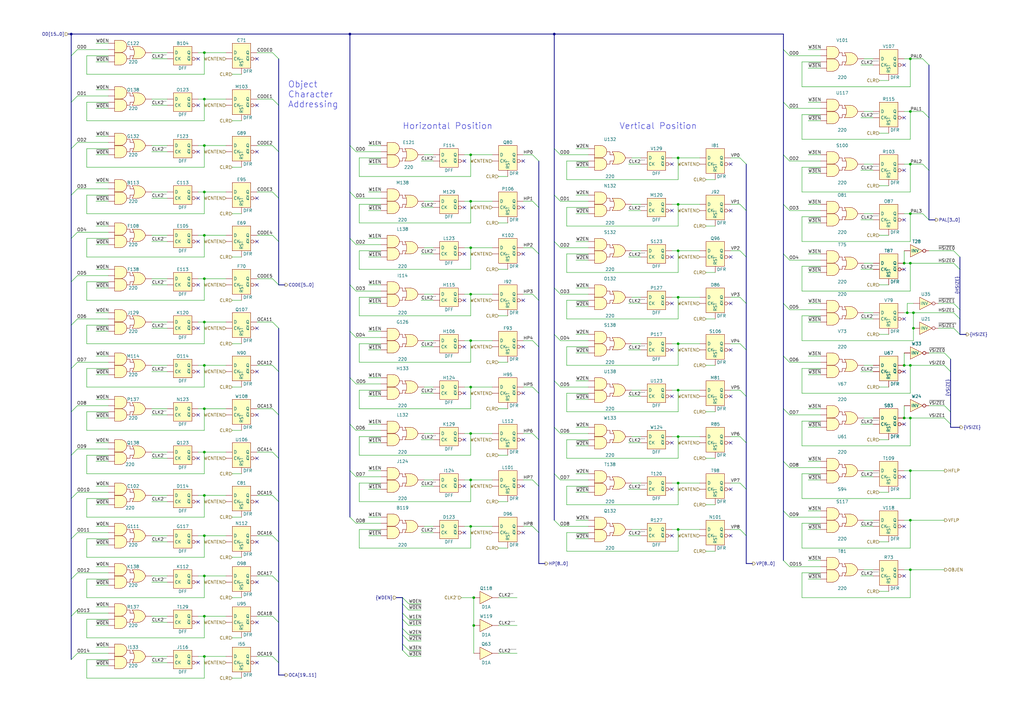
<source format=kicad_sch>
(kicad_sch (version 20230121) (generator eeschema)
  (paper "A3")
  (title_block (date "2023-12-22"))
  (bus_alias "HSIZE" (members "HSIZE0" "~{HSIZE0}" "HSIZE1" "~{HSIZE1}" "~{HSIZE1'}"))
  (bus_alias "VSIZE" (members "VSIZE0" "~{VSIZE0}" "VSIZE1" "~{VSIZE1}"))
  (junction (at 374.65 134.62))
  (junction (at 373.38 45.72))
  (junction (at 83.82 149.86))
  (junction (at 373.38 193.04))
  (junction (at 370.84 171.45))
  (junction (at 83.82 78.74))
  (junction (at 83.82 236.22))
  (junction (at 83.82 167.64))
  (junction (at 374.65 128.27))
  (junction (at 83.82 40.64))
  (junction (at 83.82 96.52))
  (junction (at 83.82 185.42))
  (junction (at 83.82 59.69))
  (junction (at 278.13 179.07))
  (junction (at 83.82 21.59))
  (junction (at 373.38 67.31))
  (junction (at 193.04 139.7))
  (junction (at 373.38 233.68))
  (junction (at 29.21 13.97))
  (junction (at 373.38 107.95))
  (junction (at 193.04 177.8))
  (junction (at 278.13 160.02))
  (junction (at 278.13 217.17))
  (junction (at 193.04 196.85))
  (junction (at 278.13 198.12))
  (junction (at 83.82 252.73))
  (junction (at 278.13 140.97))
  (junction (at 83.82 203.2))
  (junction (at 193.04 63.5))
  (junction (at 372.11 128.27))
  (junction (at 194.31 245.11))
  (junction (at 83.82 269.24))
  (junction (at 278.13 64.77))
  (junction (at 373.38 149.86))
  (junction (at 193.04 101.6))
  (junction (at 278.13 102.87))
  (junction (at 278.13 83.82))
  (junction (at 83.82 132.08))
  (junction (at 194.31 256.54))
  (junction (at 373.38 171.45))
  (junction (at 370.84 107.95))
  (junction (at 227.33 13.97))
  (junction (at 193.04 215.9))
  (junction (at 373.38 213.36))
  (junction (at 83.82 219.71))
  (junction (at 373.38 24.13))
  (junction (at 143.51 13.97))
  (junction (at 193.04 158.75))
  (junction (at 370.84 149.86))
  (junction (at 83.82 114.3))
  (junction (at 193.04 82.55))
  (junction (at 193.04 120.65))
  (junction (at 373.38 87.63))
  (junction (at 278.13 121.92))
  (no_connect (at 105.41 99.06))
  (no_connect (at 105.41 271.78))
  (no_connect (at 370.84 173.99))
  (no_connect (at 275.59 219.71))
  (no_connect (at 81.28 99.06))
  (no_connect (at 299.72 105.41))
  (no_connect (at 105.41 134.62))
  (no_connect (at 299.72 162.56))
  (no_connect (at 105.41 222.25))
  (no_connect (at 81.28 62.23))
  (no_connect (at 81.28 43.18))
  (no_connect (at 105.41 238.76))
  (no_connect (at 214.63 104.14))
  (no_connect (at 105.41 170.18))
  (no_connect (at 190.5 180.34))
  (no_connect (at 275.59 124.46))
  (no_connect (at 299.72 181.61))
  (no_connect (at 275.59 86.36))
  (no_connect (at 370.84 130.81))
  (no_connect (at 105.41 81.28))
  (no_connect (at 275.59 105.41))
  (no_connect (at 81.28 24.13))
  (no_connect (at 190.5 85.09))
  (no_connect (at 81.28 116.84))
  (no_connect (at 105.41 24.13))
  (no_connect (at 299.72 143.51))
  (no_connect (at 190.5 66.04))
  (no_connect (at 190.5 161.29))
  (no_connect (at 190.5 218.44))
  (no_connect (at 105.41 62.23))
  (no_connect (at 370.84 48.26))
  (no_connect (at 214.63 123.19))
  (no_connect (at 190.5 199.39))
  (no_connect (at 214.63 199.39))
  (no_connect (at 81.28 271.78))
  (no_connect (at 275.59 67.31))
  (no_connect (at 299.72 86.36))
  (no_connect (at 214.63 85.09))
  (no_connect (at 105.41 205.74))
  (no_connect (at 214.63 66.04))
  (no_connect (at 214.63 142.24))
  (no_connect (at 81.28 134.62))
  (no_connect (at 275.59 200.66))
  (no_connect (at 299.72 124.46))
  (no_connect (at 81.28 222.25))
  (no_connect (at 81.28 255.27))
  (no_connect (at 214.63 180.34))
  (no_connect (at 81.28 81.28))
  (no_connect (at 275.59 143.51))
  (no_connect (at 105.41 116.84))
  (no_connect (at 214.63 161.29))
  (no_connect (at 105.41 152.4))
  (no_connect (at 370.84 90.17))
  (no_connect (at 190.5 104.14))
  (no_connect (at 275.59 162.56))
  (no_connect (at 370.84 236.22))
  (no_connect (at 105.41 255.27))
  (no_connect (at 370.84 26.67))
  (no_connect (at 370.84 215.9))
  (no_connect (at 214.63 218.44))
  (no_connect (at 81.28 187.96))
  (no_connect (at 370.84 195.58))
  (no_connect (at 275.59 181.61))
  (no_connect (at 105.41 187.96))
  (no_connect (at 81.28 238.76))
  (no_connect (at 299.72 67.31))
  (no_connect (at 81.28 152.4))
  (no_connect (at 190.5 123.19))
  (no_connect (at 370.84 152.4))
  (no_connect (at 105.41 43.18))
  (no_connect (at 81.28 170.18))
  (no_connect (at 299.72 219.71))
  (no_connect (at 190.5 142.24))
  (no_connect (at 370.84 110.49))
  (no_connect (at 370.84 69.85))
  (no_connect (at 81.28 205.74))
  (no_connect (at 299.72 200.66))
  (bus_entry (at 29.21 22.86) (size 2.54 -2.54))
  (bus_entry (at 29.21 60.96) (size 2.54 -2.54))
  (bus_entry (at 111.76 149.86) (size 2.54 2.54))
  (bus_entry (at 165.1 254) (size 2.54 2.54))
  (bus_entry (at 387.35 144.78) (size 2.54 2.54))
  (bus_entry (at 303.53 140.97) (size 2.54 2.54))
  (bus_entry (at 165.1 260.35) (size 2.54 2.54))
  (bus_entry (at 111.76 96.52) (size 2.54 2.54))
  (bus_entry (at 321.31 146.05) (size 2.54 2.54))
  (bus_entry (at 143.51 78.74) (size 2.54 2.54))
  (bus_entry (at 111.76 21.59) (size 2.54 2.54))
  (bus_entry (at 227.33 175.26) (size 2.54 2.54))
  (bus_entry (at 218.44 158.75) (size 2.54 2.54))
  (bus_entry (at 29.21 237.49) (size 2.54 -2.54))
  (bus_entry (at 218.44 177.8) (size 2.54 2.54))
  (bus_entry (at 321.31 20.32) (size 2.54 2.54))
  (bus_entry (at 111.76 185.42) (size 2.54 2.54))
  (bus_entry (at 378.46 67.31) (size 2.54 2.54))
  (bus_entry (at 227.33 118.11) (size 2.54 2.54))
  (bus_entry (at 227.33 194.31) (size 2.54 2.54))
  (bus_entry (at 378.46 45.72) (size 2.54 2.54))
  (bus_entry (at 303.53 64.77) (size 2.54 2.54))
  (bus_entry (at 29.21 204.47) (size 2.54 -2.54))
  (bus_entry (at 391.16 107.95) (size 2.54 2.54))
  (bus_entry (at 321.31 167.64) (size 2.54 2.54))
  (bus_entry (at 111.76 132.08) (size 2.54 2.54))
  (bus_entry (at 218.44 82.55) (size 2.54 2.54))
  (bus_entry (at 321.31 104.14) (size 2.54 2.54))
  (bus_entry (at 111.76 78.74) (size 2.54 2.54))
  (bus_entry (at 391.16 124.46) (size 2.54 2.54))
  (bus_entry (at 29.21 133.35) (size 2.54 -2.54))
  (bus_entry (at 387.35 171.45) (size 2.54 2.54))
  (bus_entry (at 165.1 245.11) (size 2.54 2.54))
  (bus_entry (at 321.31 63.5) (size 2.54 2.54))
  (bus_entry (at 143.51 212.09) (size 2.54 2.54))
  (bus_entry (at 29.21 80.01) (size 2.54 -2.54))
  (bus_entry (at 303.53 121.92) (size 2.54 2.54))
  (bus_entry (at 29.21 115.57) (size 2.54 -2.54))
  (bus_entry (at 227.33 80.01) (size 2.54 2.54))
  (bus_entry (at 29.21 252.73) (size 2.54 -2.54))
  (bus_entry (at 218.44 63.5) (size 2.54 2.54))
  (bus_entry (at 111.76 203.2) (size 2.54 2.54))
  (bus_entry (at 143.51 97.79) (size 2.54 2.54))
  (bus_entry (at 227.33 213.36) (size 2.54 2.54))
  (bus_entry (at 165.1 251.46) (size 2.54 2.54))
  (bus_entry (at 29.21 220.98) (size 2.54 -2.54))
  (bus_entry (at 218.44 215.9) (size 2.54 2.54))
  (bus_entry (at 378.46 24.13) (size 2.54 2.54))
  (bus_entry (at 227.33 60.96) (size 2.54 2.54))
  (bus_entry (at 227.33 156.21) (size 2.54 2.54))
  (bus_entry (at 218.44 196.85) (size 2.54 2.54))
  (bus_entry (at 143.51 173.99) (size 2.54 2.54))
  (bus_entry (at 165.1 266.7) (size 2.54 2.54))
  (bus_entry (at 303.53 83.82) (size 2.54 2.54))
  (bus_entry (at 321.31 83.82) (size 2.54 2.54))
  (bus_entry (at 111.76 252.73) (size 2.54 2.54))
  (bus_entry (at 165.1 247.65) (size 2.54 2.54))
  (bus_entry (at 227.33 99.06) (size 2.54 2.54))
  (bus_entry (at 218.44 101.6) (size 2.54 2.54))
  (bus_entry (at 29.21 186.69) (size 2.54 -2.54))
  (bus_entry (at 111.76 219.71) (size 2.54 2.54))
  (bus_entry (at 111.76 59.69) (size 2.54 2.54))
  (bus_entry (at 29.21 41.91) (size 2.54 -2.54))
  (bus_entry (at 321.31 189.23) (size 2.54 2.54))
  (bus_entry (at 321.31 124.46) (size 2.54 2.54))
  (bus_entry (at 29.21 270.51) (size 2.54 -2.54))
  (bus_entry (at 321.31 209.55) (size 2.54 2.54))
  (bus_entry (at 143.51 193.04) (size 2.54 2.54))
  (bus_entry (at 218.44 139.7) (size 2.54 2.54))
  (bus_entry (at 303.53 160.02) (size 2.54 2.54))
  (bus_entry (at 303.53 102.87) (size 2.54 2.54))
  (bus_entry (at 165.1 264.16) (size 2.54 2.54))
  (bus_entry (at 29.21 168.91) (size 2.54 -2.54))
  (bus_entry (at 391.16 134.62) (size 2.54 2.54))
  (bus_entry (at 378.46 87.63) (size 2.54 2.54))
  (bus_entry (at 29.21 151.13) (size 2.54 -2.54))
  (bus_entry (at 111.76 40.64) (size 2.54 2.54))
  (bus_entry (at 227.33 137.16) (size 2.54 2.54))
  (bus_entry (at 303.53 179.07) (size 2.54 2.54))
  (bus_entry (at 111.76 114.3) (size 2.54 2.54))
  (bus_entry (at 303.53 217.17) (size 2.54 2.54))
  (bus_entry (at 111.76 269.24) (size 2.54 2.54))
  (bus_entry (at 387.35 166.37) (size 2.54 2.54))
  (bus_entry (at 391.16 102.87) (size 2.54 2.54))
  (bus_entry (at 111.76 236.22) (size 2.54 2.54))
  (bus_entry (at 143.51 59.69) (size 2.54 2.54))
  (bus_entry (at 143.51 154.94) (size 2.54 2.54))
  (bus_entry (at 321.31 41.91) (size 2.54 2.54))
  (bus_entry (at 143.51 116.84) (size 2.54 2.54))
  (bus_entry (at 165.1 257.81) (size 2.54 2.54))
  (bus_entry (at 143.51 135.89) (size 2.54 2.54))
  (bus_entry (at 218.44 120.65) (size 2.54 2.54))
  (bus_entry (at 391.16 128.27) (size 2.54 2.54))
  (bus_entry (at 111.76 167.64) (size 2.54 2.54))
  (bus_entry (at 321.31 229.87) (size 2.54 2.54))
  (bus_entry (at 387.35 149.86) (size 2.54 2.54))
  (bus_entry (at 29.21 97.79) (size 2.54 -2.54))
  (bus_entry (at 303.53 198.12) (size 2.54 2.54))
  (wire (pts (xy 257.81 181.61) (xy 262.89 181.61)))
  (wire (pts (xy 299.72 160.02) (xy 303.53 160.02)))
  (wire (pts (xy 193.04 82.55) (xy 193.04 91.44)))
  (wire (pts (xy 146.05 119.38) (xy 156.21 119.38)))
  (wire (pts (xy 275.59 217.17) (xy 278.13 217.17)))
  (wire (pts (xy 95.25 158.75) (xy 99.06 158.75)))
  (wire (pts (xy 331.47 91.44) (xy 336.55 91.44)))
  (wire (pts (xy 146.05 157.48) (xy 156.21 157.48)))
  (bus (pts (xy 389.89 152.4) (xy 389.89 168.91)))
  (bus (pts (xy 306.07 200.66) (xy 306.07 219.71)))
  (wire (pts (xy 105.41 114.3) (xy 111.76 114.3)))
  (wire (pts (xy 95.25 194.31) (xy 99.06 194.31)))
  (wire (pts (xy 373.38 99.06) (xy 328.93 99.06)))
  (bus (pts (xy 143.51 173.99) (xy 143.51 193.04)))
  (wire (pts (xy 328.93 245.11) (xy 328.93 234.95)))
  (wire (pts (xy 299.72 64.77) (xy 303.53 64.77)))
  (wire (pts (xy 167.64 260.35) (xy 172.72 260.35)))
  (wire (pts (xy 62.23 269.24) (xy 68.58 269.24)))
  (wire (pts (xy 39.37 110.49) (xy 44.45 110.49)))
  (bus (pts (xy 29.21 22.86) (xy 29.21 41.91)))
  (wire (pts (xy 193.04 215.9) (xy 201.93 215.9)))
  (wire (pts (xy 62.23 187.96) (xy 68.58 187.96)))
  (wire (pts (xy 147.32 140.97) (xy 156.21 140.97)))
  (wire (pts (xy 204.47 205.74) (xy 208.28 205.74)))
  (wire (pts (xy 360.68 158.75) (xy 364.49 158.75)))
  (wire (pts (xy 151.13 59.69) (xy 156.21 59.69)))
  (wire (pts (xy 35.56 22.86) (xy 44.45 22.86)))
  (wire (pts (xy 278.13 92.71) (xy 232.41 92.71)))
  (wire (pts (xy 35.56 80.01) (xy 44.45 80.01)))
  (wire (pts (xy 173.99 158.75) (xy 177.8 158.75)))
  (wire (pts (xy 151.13 97.79) (xy 156.21 97.79)))
  (wire (pts (xy 193.04 110.49) (xy 147.32 110.49)))
  (wire (pts (xy 83.82 219.71) (xy 83.82 228.6)))
  (wire (pts (xy 232.41 104.14) (xy 241.3 104.14)))
  (wire (pts (xy 193.04 224.79) (xy 147.32 224.79)))
  (wire (pts (xy 328.93 224.79) (xy 328.93 214.63)))
  (wire (pts (xy 83.82 21.59) (xy 83.82 30.48)))
  (wire (pts (xy 236.22 163.83) (xy 241.3 163.83)))
  (wire (pts (xy 39.37 153.67) (xy 44.45 153.67)))
  (wire (pts (xy 39.37 163.83) (xy 44.45 163.83)))
  (bus (pts (xy 321.31 124.46) (xy 321.31 146.05)))
  (wire (pts (xy 83.82 68.58) (xy 35.56 68.58)))
  (wire (pts (xy 328.93 194.31) (xy 328.93 204.47)))
  (wire (pts (xy 167.64 269.24) (xy 172.72 269.24)))
  (wire (pts (xy 370.84 144.78) (xy 370.84 149.86)))
  (wire (pts (xy 328.93 57.15) (xy 328.93 46.99)))
  (wire (pts (xy 35.56 30.48) (xy 35.56 22.86)))
  (bus (pts (xy 29.21 168.91) (xy 29.21 186.69)))
  (wire (pts (xy 236.22 80.01) (xy 241.3 80.01)))
  (wire (pts (xy 193.04 120.65) (xy 201.93 120.65)))
  (wire (pts (xy 204.47 129.54) (xy 208.28 129.54)))
  (wire (pts (xy 236.22 144.78) (xy 241.3 144.78)))
  (wire (pts (xy 189.23 245.11) (xy 194.31 245.11)))
  (wire (pts (xy 236.22 175.26) (xy 241.3 175.26)))
  (wire (pts (xy 83.82 96.52) (xy 92.71 96.52)))
  (wire (pts (xy 62.23 134.62) (xy 68.58 134.62)))
  (wire (pts (xy 374.65 139.7) (xy 374.65 134.62)))
  (wire (pts (xy 83.82 245.11) (xy 35.56 245.11)))
  (bus (pts (xy 114.3 276.86) (xy 116.84 276.86)))
  (bus (pts (xy 227.33 13.97) (xy 321.31 13.97)))
  (bus (pts (xy 114.3 116.84) (xy 116.84 116.84)))
  (wire (pts (xy 278.13 64.77) (xy 287.02 64.77)))
  (wire (pts (xy 190.5 215.9) (xy 193.04 215.9)))
  (wire (pts (xy 236.22 106.68) (xy 241.3 106.68)))
  (wire (pts (xy 373.38 204.47) (xy 373.38 193.04)))
  (wire (pts (xy 81.28 40.64) (xy 83.82 40.64)))
  (wire (pts (xy 35.56 245.11) (xy 35.56 237.49)))
  (wire (pts (xy 62.23 149.86) (xy 68.58 149.86)))
  (wire (pts (xy 331.47 49.53) (xy 336.55 49.53)))
  (wire (pts (xy 39.37 74.93) (xy 44.45 74.93)))
  (wire (pts (xy 39.37 207.01) (xy 44.45 207.01)))
  (wire (pts (xy 190.5 82.55) (xy 193.04 82.55)))
  (wire (pts (xy 81.28 21.59) (xy 83.82 21.59)))
  (wire (pts (xy 278.13 83.82) (xy 278.13 92.71)))
  (bus (pts (xy 321.31 41.91) (xy 321.31 63.5)))
  (wire (pts (xy 83.82 252.73) (xy 83.82 261.62)))
  (wire (pts (xy 384.81 124.46) (xy 391.16 124.46)))
  (wire (pts (xy 323.85 44.45) (xy 336.55 44.45)))
  (bus (pts (xy 165.1 247.65) (xy 165.1 245.11)))
  (wire (pts (xy 328.93 139.7) (xy 374.65 139.7)))
  (wire (pts (xy 373.38 119.38) (xy 328.93 119.38)))
  (wire (pts (xy 372.11 124.46) (xy 374.65 124.46)))
  (wire (pts (xy 278.13 140.97) (xy 287.02 140.97)))
  (wire (pts (xy 35.56 194.31) (xy 35.56 186.69)))
  (wire (pts (xy 35.56 133.35) (xy 44.45 133.35)))
  (bus (pts (xy 114.3 222.25) (xy 114.3 238.76)))
  (wire (pts (xy 289.56 226.06) (xy 293.37 226.06)))
  (bus (pts (xy 306.07 86.36) (xy 306.07 105.41)))
  (wire (pts (xy 151.13 143.51) (xy 156.21 143.51)))
  (wire (pts (xy 39.37 256.54) (xy 44.45 256.54)))
  (wire (pts (xy 190.5 196.85) (xy 193.04 196.85)))
  (wire (pts (xy 190.5 139.7) (xy 193.04 139.7)))
  (wire (pts (xy 354.33 193.04) (xy 358.14 193.04)))
  (wire (pts (xy 278.13 73.66) (xy 232.41 73.66)))
  (bus (pts (xy 29.21 41.91) (xy 29.21 60.96)))
  (bus (pts (xy 29.21 204.47) (xy 29.21 220.98)))
  (wire (pts (xy 229.87 63.5) (xy 241.3 63.5)))
  (wire (pts (xy 275.59 140.97) (xy 278.13 140.97)))
  (bus (pts (xy 143.51 59.69) (xy 143.51 78.74)))
  (bus (pts (xy 227.33 156.21) (xy 227.33 137.16)))
  (wire (pts (xy 62.23 205.74) (xy 68.58 205.74)))
  (wire (pts (xy 328.93 172.72) (xy 336.55 172.72)))
  (wire (pts (xy 204.47 256.54) (xy 212.09 256.54)))
  (wire (pts (xy 370.84 213.36) (xy 373.38 213.36)))
  (wire (pts (xy 373.38 233.68) (xy 387.35 233.68)))
  (bus (pts (xy 114.3 62.23) (xy 114.3 81.28)))
  (wire (pts (xy 62.23 236.22) (xy 68.58 236.22)))
  (wire (pts (xy 275.59 121.92) (xy 278.13 121.92)))
  (wire (pts (xy 331.47 189.23) (xy 336.55 189.23)))
  (bus (pts (xy 29.21 252.73) (xy 29.21 270.51)))
  (wire (pts (xy 236.22 125.73) (xy 241.3 125.73)))
  (wire (pts (xy 373.38 107.95) (xy 391.16 107.95)))
  (wire (pts (xy 167.64 256.54) (xy 172.72 256.54)))
  (wire (pts (xy 147.32 148.59) (xy 147.32 140.97)))
  (bus (pts (xy 162.56 245.11) (xy 165.1 245.11)))
  (wire (pts (xy 193.04 196.85) (xy 193.04 205.74)))
  (wire (pts (xy 331.47 196.85) (xy 336.55 196.85)))
  (bus (pts (xy 27.94 13.97) (xy 29.21 13.97)))
  (wire (pts (xy 31.75 250.19) (xy 31.75 251.46)))
  (wire (pts (xy 105.41 59.69) (xy 111.76 59.69)))
  (wire (pts (xy 278.13 179.07) (xy 287.02 179.07)))
  (wire (pts (xy 373.38 149.86) (xy 387.35 149.86)))
  (wire (pts (xy 31.75 130.81) (xy 44.45 130.81)))
  (bus (pts (xy 321.31 189.23) (xy 321.31 209.55)))
  (wire (pts (xy 323.85 66.04) (xy 336.55 66.04)))
  (wire (pts (xy 354.33 107.95) (xy 358.14 107.95)))
  (wire (pts (xy 373.38 45.72) (xy 373.38 57.15)))
  (wire (pts (xy 323.85 22.86) (xy 336.55 22.86)))
  (wire (pts (xy 147.32 186.69) (xy 147.32 179.07)))
  (wire (pts (xy 62.23 222.25) (xy 68.58 222.25)))
  (bus (pts (xy 165.1 254) (xy 165.1 251.46)))
  (wire (pts (xy 39.37 248.92) (xy 44.45 248.92)))
  (wire (pts (xy 167.64 254) (xy 172.72 254)))
  (bus (pts (xy 393.7 105.41) (xy 393.7 110.49)))
  (wire (pts (xy 214.63 196.85) (xy 218.44 196.85)))
  (wire (pts (xy 39.37 189.23) (xy 44.45 189.23)))
  (wire (pts (xy 257.81 219.71) (xy 262.89 219.71)))
  (wire (pts (xy 35.56 270.51) (xy 44.45 270.51)))
  (wire (pts (xy 39.37 135.89) (xy 44.45 135.89)))
  (wire (pts (xy 328.93 99.06) (xy 328.93 88.9)))
  (wire (pts (xy 35.56 176.53) (xy 35.56 168.91)))
  (wire (pts (xy 328.93 214.63) (xy 336.55 214.63)))
  (wire (pts (xy 81.28 96.52) (xy 83.82 96.52)))
  (wire (pts (xy 236.22 194.31) (xy 241.3 194.31)))
  (wire (pts (xy 31.75 201.93) (xy 44.45 201.93)))
  (wire (pts (xy 214.63 158.75) (xy 218.44 158.75)))
  (wire (pts (xy 83.82 261.62) (xy 35.56 261.62)))
  (wire (pts (xy 147.32 121.92) (xy 156.21 121.92)))
  (wire (pts (xy 31.75 251.46) (xy 44.45 251.46)))
  (wire (pts (xy 278.13 179.07) (xy 278.13 187.96)))
  (wire (pts (xy 336.55 194.31) (xy 328.93 194.31)))
  (bus (pts (xy 114.3 238.76) (xy 114.3 255.27)))
  (bus (pts (xy 321.31 20.32) (xy 321.31 13.97)))
  (wire (pts (xy 95.25 228.6) (xy 99.06 228.6)))
  (wire (pts (xy 236.22 99.06) (xy 241.3 99.06)))
  (wire (pts (xy 173.99 177.8) (xy 177.8 177.8)))
  (wire (pts (xy 373.38 24.13) (xy 373.38 35.56)))
  (wire (pts (xy 31.75 166.37) (xy 44.45 166.37)))
  (wire (pts (xy 289.56 187.96) (xy 293.37 187.96)))
  (bus (pts (xy 114.3 134.62) (xy 114.3 152.4)))
  (bus (pts (xy 220.98 231.14) (xy 223.52 231.14)))
  (wire (pts (xy 373.38 24.13) (xy 378.46 24.13)))
  (wire (pts (xy 289.56 111.76) (xy 293.37 111.76)))
  (wire (pts (xy 35.56 87.63) (xy 35.56 80.01)))
  (wire (pts (xy 83.82 30.48) (xy 35.56 30.48)))
  (bus (pts (xy 165.1 266.7) (xy 165.1 264.16)))
  (wire (pts (xy 62.23 132.08) (xy 68.58 132.08)))
  (wire (pts (xy 83.82 236.22) (xy 83.82 245.11)))
  (bus (pts (xy 306.07 162.56) (xy 306.07 181.61)))
  (bus (pts (xy 143.51 13.97) (xy 143.51 59.69)))
  (wire (pts (xy 31.75 267.97) (xy 44.45 267.97)))
  (wire (pts (xy 172.72 199.39) (xy 177.8 199.39)))
  (wire (pts (xy 173.99 120.65) (xy 177.8 120.65)))
  (wire (pts (xy 147.32 64.77) (xy 156.21 64.77)))
  (wire (pts (xy 147.32 72.39) (xy 147.32 64.77)))
  (wire (pts (xy 360.68 180.34) (xy 364.49 180.34)))
  (wire (pts (xy 354.33 149.86) (xy 358.14 149.86)))
  (bus (pts (xy 393.7 137.16) (xy 396.24 137.16)))
  (bus (pts (xy 227.33 99.06) (xy 227.33 80.01)))
  (wire (pts (xy 236.22 156.21) (xy 241.3 156.21)))
  (wire (pts (xy 31.75 39.37) (xy 44.45 39.37)))
  (wire (pts (xy 373.38 213.36) (xy 387.35 213.36)))
  (wire (pts (xy 83.82 132.08) (xy 83.82 140.97)))
  (bus (pts (xy 381 69.85) (xy 381 90.17)))
  (wire (pts (xy 353.06 26.67) (xy 358.14 26.67)))
  (wire (pts (xy 236.22 137.16) (xy 241.3 137.16)))
  (wire (pts (xy 83.82 149.86) (xy 92.71 149.86)))
  (bus (pts (xy 165.1 257.81) (xy 165.1 254)))
  (wire (pts (xy 360.68 222.25) (xy 364.49 222.25)))
  (wire (pts (xy 278.13 102.87) (xy 287.02 102.87)))
  (wire (pts (xy 259.08 140.97) (xy 262.89 140.97)))
  (wire (pts (xy 323.85 232.41) (xy 336.55 232.41)))
  (wire (pts (xy 384.81 134.62) (xy 391.16 134.62)))
  (bus (pts (xy 227.33 118.11) (xy 227.33 99.06)))
  (wire (pts (xy 278.13 217.17) (xy 278.13 226.06)))
  (wire (pts (xy 95.25 176.53) (xy 99.06 176.53)))
  (wire (pts (xy 95.25 261.62) (xy 99.06 261.62)))
  (wire (pts (xy 278.13 217.17) (xy 287.02 217.17)))
  (wire (pts (xy 151.13 212.09) (xy 156.21 212.09)))
  (bus (pts (xy 389.89 175.26) (xy 393.7 175.26)))
  (wire (pts (xy 370.84 87.63) (xy 373.38 87.63)))
  (wire (pts (xy 35.56 237.49) (xy 44.45 237.49)))
  (wire (pts (xy 229.87 101.6) (xy 241.3 101.6)))
  (wire (pts (xy 232.41 207.01) (xy 232.41 199.39)))
  (wire (pts (xy 331.47 71.12) (xy 336.55 71.12)))
  (wire (pts (xy 328.93 68.58) (xy 336.55 68.58)))
  (wire (pts (xy 39.37 181.61) (xy 44.45 181.61)))
  (wire (pts (xy 331.47 27.94) (xy 336.55 27.94)))
  (wire (pts (xy 275.59 102.87) (xy 278.13 102.87)))
  (wire (pts (xy 31.75 20.32) (xy 44.45 20.32)))
  (wire (pts (xy 167.64 250.19) (xy 172.72 250.19)))
  (wire (pts (xy 35.56 278.13) (xy 35.56 270.51)))
  (wire (pts (xy 232.41 149.86) (xy 232.41 142.24)))
  (wire (pts (xy 62.23 59.69) (xy 68.58 59.69)))
  (wire (pts (xy 193.04 101.6) (xy 201.93 101.6)))
  (wire (pts (xy 173.99 82.55) (xy 177.8 82.55)))
  (bus (pts (xy 321.31 63.5) (xy 321.31 83.82)))
  (wire (pts (xy 373.38 224.79) (xy 328.93 224.79)))
  (wire (pts (xy 214.63 101.6) (xy 218.44 101.6)))
  (wire (pts (xy 232.41 161.29) (xy 241.3 161.29)))
  (wire (pts (xy 39.37 146.05) (xy 44.45 146.05)))
  (bus (pts (xy 321.31 209.55) (xy 321.31 229.87)))
  (wire (pts (xy 31.75 77.47) (xy 44.45 77.47)))
  (wire (pts (xy 257.81 105.41) (xy 262.89 105.41)))
  (wire (pts (xy 83.82 40.64) (xy 92.71 40.64)))
  (wire (pts (xy 373.38 57.15) (xy 328.93 57.15)))
  (wire (pts (xy 331.47 83.82) (xy 336.55 83.82)))
  (bus (pts (xy 381 26.67) (xy 381 48.26)))
  (wire (pts (xy 381 144.78) (xy 387.35 144.78)))
  (wire (pts (xy 83.82 59.69) (xy 83.82 68.58)))
  (wire (pts (xy 172.72 218.44) (xy 177.8 218.44)))
  (wire (pts (xy 278.13 111.76) (xy 232.41 111.76)))
  (wire (pts (xy 373.38 182.88) (xy 328.93 182.88)))
  (wire (pts (xy 336.55 129.54) (xy 328.93 129.54)))
  (wire (pts (xy 35.56 123.19) (xy 35.56 115.57)))
  (wire (pts (xy 39.37 240.03) (xy 44.45 240.03)))
  (wire (pts (xy 278.13 160.02) (xy 278.13 168.91)))
  (wire (pts (xy 35.56 68.58) (xy 35.56 60.96)))
  (wire (pts (xy 31.75 148.59) (xy 44.45 148.59)))
  (wire (pts (xy 331.47 229.87) (xy 336.55 229.87)))
  (wire (pts (xy 289.56 207.01) (xy 293.37 207.01)))
  (wire (pts (xy 83.82 185.42) (xy 83.82 194.31)))
  (wire (pts (xy 323.85 127) (xy 336.55 127)))
  (wire (pts (xy 151.13 154.94) (xy 156.21 154.94)))
  (wire (pts (xy 259.08 64.77) (xy 262.89 64.77)))
  (wire (pts (xy 83.82 132.08) (xy 92.71 132.08)))
  (wire (pts (xy 259.08 217.17) (xy 262.89 217.17)))
  (wire (pts (xy 105.41 96.52) (xy 111.76 96.52)))
  (wire (pts (xy 95.25 278.13) (xy 99.06 278.13)))
  (wire (pts (xy 62.23 219.71) (xy 68.58 219.71)))
  (wire (pts (xy 81.28 78.74) (xy 83.82 78.74)))
  (wire (pts (xy 151.13 173.99) (xy 156.21 173.99)))
  (wire (pts (xy 257.81 162.56) (xy 262.89 162.56)))
  (bus (pts (xy 114.3 271.78) (xy 114.3 276.86)))
  (wire (pts (xy 146.05 62.23) (xy 156.21 62.23)))
  (wire (pts (xy 95.25 245.11) (xy 99.06 245.11)))
  (wire (pts (xy 172.72 66.04) (xy 177.8 66.04)))
  (wire (pts (xy 31.75 234.95) (xy 44.45 234.95)))
  (wire (pts (xy 275.59 64.77) (xy 278.13 64.77)))
  (wire (pts (xy 147.32 160.02) (xy 156.21 160.02)))
  (wire (pts (xy 381 166.37) (xy 387.35 166.37)))
  (wire (pts (xy 62.23 43.18) (xy 68.58 43.18)))
  (bus (pts (xy 220.98 180.34) (xy 220.98 199.39)))
  (wire (pts (xy 62.23 114.3) (xy 68.58 114.3)))
  (wire (pts (xy 194.31 256.54) (xy 194.31 267.97)))
  (wire (pts (xy 173.99 63.5) (xy 177.8 63.5)))
  (wire (pts (xy 328.93 25.4) (xy 336.55 25.4)))
  (bus (pts (xy 306.07 219.71) (xy 306.07 231.14)))
  (bus (pts (xy 29.21 186.69) (xy 29.21 204.47)))
  (wire (pts (xy 331.47 124.46) (xy 336.55 124.46)))
  (wire (pts (xy 289.56 130.81) (xy 293.37 130.81)))
  (wire (pts (xy 95.25 49.53) (xy 99.06 49.53)))
  (bus (pts (xy 114.3 24.13) (xy 114.3 43.18)))
  (wire (pts (xy 62.23 116.84) (xy 68.58 116.84)))
  (wire (pts (xy 353.06 236.22) (xy 358.14 236.22)))
  (wire (pts (xy 62.23 99.06) (xy 68.58 99.06)))
  (wire (pts (xy 173.99 196.85) (xy 177.8 196.85)))
  (bus (pts (xy 227.33 137.16) (xy 227.33 118.11)))
  (bus (pts (xy 306.07 143.51) (xy 306.07 162.56)))
  (wire (pts (xy 289.56 73.66) (xy 293.37 73.66)))
  (bus (pts (xy 220.98 66.04) (xy 220.98 85.09)))
  (wire (pts (xy 39.37 215.9) (xy 44.45 215.9)))
  (wire (pts (xy 83.82 114.3) (xy 83.82 123.19)))
  (wire (pts (xy 323.85 191.77) (xy 336.55 191.77)))
  (wire (pts (xy 353.06 195.58) (xy 358.14 195.58)))
  (wire (pts (xy 323.85 212.09) (xy 336.55 212.09)))
  (wire (pts (xy 328.93 182.88) (xy 328.93 172.72)))
  (wire (pts (xy 31.75 184.15) (xy 44.45 184.15)))
  (wire (pts (xy 214.63 177.8) (xy 218.44 177.8)))
  (bus (pts (xy 220.98 123.19) (xy 220.98 142.24)))
  (wire (pts (xy 62.23 40.64) (xy 68.58 40.64)))
  (wire (pts (xy 172.72 142.24) (xy 177.8 142.24)))
  (wire (pts (xy 105.41 167.64) (xy 111.76 167.64)))
  (wire (pts (xy 354.33 67.31) (xy 358.14 67.31)))
  (wire (pts (xy 83.82 158.75) (xy 35.56 158.75)))
  (wire (pts (xy 147.32 83.82) (xy 156.21 83.82)))
  (wire (pts (xy 374.65 128.27) (xy 374.65 134.62)))
  (wire (pts (xy 370.84 166.37) (xy 370.84 171.45)))
  (wire (pts (xy 81.28 132.08) (xy 83.82 132.08)))
  (wire (pts (xy 331.47 209.55) (xy 336.55 209.55)))
  (wire (pts (xy 151.13 124.46) (xy 156.21 124.46)))
  (wire (pts (xy 31.75 95.25) (xy 44.45 95.25)))
  (wire (pts (xy 193.04 158.75) (xy 201.93 158.75)))
  (wire (pts (xy 105.41 236.22) (xy 111.76 236.22)))
  (wire (pts (xy 193.04 101.6) (xy 193.04 110.49)))
  (wire (pts (xy 172.72 161.29) (xy 177.8 161.29)))
  (bus (pts (xy 227.33 213.36) (xy 227.33 194.31)))
  (wire (pts (xy 229.87 196.85) (xy 241.3 196.85)))
  (wire (pts (xy 299.72 217.17) (xy 303.53 217.17)))
  (wire (pts (xy 81.28 219.71) (xy 83.82 219.71)))
  (wire (pts (xy 62.23 81.28) (xy 68.58 81.28)))
  (wire (pts (xy 370.84 24.13) (xy 373.38 24.13)))
  (wire (pts (xy 35.56 186.69) (xy 44.45 186.69)))
  (bus (pts (xy 29.21 97.79) (xy 29.21 115.57)))
  (wire (pts (xy 81.28 203.2) (xy 83.82 203.2)))
  (wire (pts (xy 232.41 92.71) (xy 232.41 85.09)))
  (wire (pts (xy 35.56 212.09) (xy 35.56 204.47)))
  (wire (pts (xy 35.56 41.91) (xy 44.45 41.91)))
  (bus (pts (xy 165.1 264.16) (xy 165.1 260.35)))
  (wire (pts (xy 193.04 129.54) (xy 147.32 129.54)))
  (wire (pts (xy 35.56 140.97) (xy 35.56 133.35)))
  (bus (pts (xy 227.33 80.01) (xy 227.33 60.96)))
  (wire (pts (xy 105.41 40.64) (xy 111.76 40.64)))
  (bus (pts (xy 29.21 60.96) (xy 29.21 80.01)))
  (wire (pts (xy 147.32 198.12) (xy 156.21 198.12)))
  (wire (pts (xy 259.08 198.12) (xy 262.89 198.12)))
  (wire (pts (xy 193.04 91.44) (xy 147.32 91.44)))
  (wire (pts (xy 354.33 233.68) (xy 358.14 233.68)))
  (wire (pts (xy 83.82 194.31) (xy 35.56 194.31)))
  (wire (pts (xy 105.41 21.59) (xy 111.76 21.59)))
  (wire (pts (xy 83.82 185.42) (xy 92.71 185.42)))
  (wire (pts (xy 151.13 67.31) (xy 156.21 67.31)))
  (wire (pts (xy 360.68 76.2) (xy 364.49 76.2)))
  (wire (pts (xy 83.82 49.53) (xy 35.56 49.53)))
  (wire (pts (xy 172.72 104.14) (xy 177.8 104.14)))
  (wire (pts (xy 81.28 252.73) (xy 83.82 252.73)))
  (bus (pts (xy 143.51 97.79) (xy 143.51 116.84)))
  (wire (pts (xy 331.47 167.64) (xy 336.55 167.64)))
  (wire (pts (xy 35.56 158.75) (xy 35.56 151.13)))
  (bus (pts (xy 165.1 251.46) (xy 165.1 247.65)))
  (wire (pts (xy 172.72 180.34) (xy 177.8 180.34)))
  (wire (pts (xy 62.23 24.13) (xy 68.58 24.13)))
  (wire (pts (xy 31.75 58.42) (xy 44.45 58.42)))
  (bus (pts (xy 143.51 193.04) (xy 143.51 212.09)))
  (wire (pts (xy 81.28 236.22) (xy 83.82 236.22)))
  (wire (pts (xy 105.41 78.74) (xy 111.76 78.74)))
  (wire (pts (xy 147.32 91.44) (xy 147.32 83.82)))
  (wire (pts (xy 370.84 107.95) (xy 373.38 107.95)))
  (wire (pts (xy 83.82 123.19) (xy 35.56 123.19)))
  (wire (pts (xy 232.41 226.06) (xy 232.41 218.44)))
  (wire (pts (xy 354.33 213.36) (xy 358.14 213.36)))
  (wire (pts (xy 39.37 36.83) (xy 44.45 36.83)))
  (bus (pts (xy 143.51 13.97) (xy 227.33 13.97)))
  (wire (pts (xy 373.38 213.36) (xy 373.38 224.79)))
  (wire (pts (xy 278.13 102.87) (xy 278.13 111.76)))
  (wire (pts (xy 360.68 33.02) (xy 364.49 33.02)))
  (wire (pts (xy 172.72 85.09) (xy 177.8 85.09)))
  (wire (pts (xy 105.41 252.73) (xy 111.76 252.73)))
  (wire (pts (xy 147.32 179.07) (xy 156.21 179.07)))
  (bus (pts (xy 220.98 199.39) (xy 220.98 218.44)))
  (wire (pts (xy 328.93 88.9) (xy 336.55 88.9)))
  (wire (pts (xy 39.37 92.71) (xy 44.45 92.71)))
  (wire (pts (xy 39.37 265.43) (xy 44.45 265.43)))
  (wire (pts (xy 278.13 226.06) (xy 232.41 226.06)))
  (bus (pts (xy 393.7 130.81) (xy 393.7 137.16)))
  (wire (pts (xy 83.82 219.71) (xy 92.71 219.71)))
  (wire (pts (xy 328.93 78.74) (xy 328.93 68.58)))
  (wire (pts (xy 299.72 102.87) (xy 303.53 102.87)))
  (wire (pts (xy 39.37 44.45) (xy 44.45 44.45)))
  (wire (pts (xy 35.56 254) (xy 44.45 254)))
  (wire (pts (xy 39.37 128.27) (xy 44.45 128.27)))
  (wire (pts (xy 193.04 82.55) (xy 201.93 82.55)))
  (wire (pts (xy 151.13 135.89) (xy 156.21 135.89)))
  (wire (pts (xy 354.33 128.27) (xy 358.14 128.27)))
  (bus (pts (xy 220.98 218.44) (xy 220.98 231.14)))
  (wire (pts (xy 353.06 152.4) (xy 358.14 152.4)))
  (wire (pts (xy 193.04 186.69) (xy 147.32 186.69)))
  (wire (pts (xy 146.05 176.53) (xy 156.21 176.53)))
  (wire (pts (xy 193.04 177.8) (xy 193.04 186.69)))
  (bus (pts (xy 321.31 104.14) (xy 321.31 124.46)))
  (wire (pts (xy 328.93 245.11) (xy 373.38 245.11)))
  (wire (pts (xy 35.56 220.98) (xy 44.45 220.98)))
  (wire (pts (xy 146.05 81.28) (xy 156.21 81.28)))
  (wire (pts (xy 83.82 203.2) (xy 92.71 203.2)))
  (wire (pts (xy 373.38 149.86) (xy 373.38 161.29)))
  (wire (pts (xy 360.68 242.57) (xy 364.49 242.57)))
  (wire (pts (xy 331.47 175.26) (xy 336.55 175.26)))
  (wire (pts (xy 278.13 198.12) (xy 278.13 207.01)))
  (bus (pts (xy 227.33 194.31) (xy 227.33 175.26)))
  (wire (pts (xy 62.23 271.78) (xy 68.58 271.78)))
  (bus (pts (xy 321.31 146.05) (xy 321.31 167.64)))
  (wire (pts (xy 278.13 64.77) (xy 278.13 73.66)))
  (bus (pts (xy 29.21 151.13) (xy 29.21 168.91)))
  (wire (pts (xy 35.56 60.96) (xy 44.45 60.96)))
  (wire (pts (xy 193.04 167.64) (xy 147.32 167.64)))
  (wire (pts (xy 151.13 219.71) (xy 156.21 219.71)))
  (bus (pts (xy 306.07 181.61) (xy 306.07 200.66)))
  (wire (pts (xy 147.32 217.17) (xy 156.21 217.17)))
  (wire (pts (xy 373.38 67.31) (xy 378.46 67.31)))
  (wire (pts (xy 105.41 132.08) (xy 111.76 132.08)))
  (wire (pts (xy 190.5 63.5) (xy 193.04 63.5)))
  (wire (pts (xy 173.99 101.6) (xy 177.8 101.6)))
  (bus (pts (xy 143.51 154.94) (xy 143.51 173.99)))
  (bus (pts (xy 389.89 147.32) (xy 389.89 152.4)))
  (wire (pts (xy 193.04 139.7) (xy 193.04 148.59)))
  (wire (pts (xy 331.47 111.76) (xy 336.55 111.76)))
  (wire (pts (xy 83.82 40.64) (xy 83.82 49.53)))
  (wire (pts (xy 193.04 139.7) (xy 201.93 139.7)))
  (wire (pts (xy 229.87 120.65) (xy 241.3 120.65)))
  (wire (pts (xy 360.68 116.84) (xy 364.49 116.84)))
  (wire (pts (xy 236.22 87.63) (xy 241.3 87.63)))
  (wire (pts (xy 299.72 179.07) (xy 303.53 179.07)))
  (bus (pts (xy 227.33 60.96) (xy 227.33 13.97)))
  (wire (pts (xy 81.28 114.3) (xy 83.82 114.3)))
  (bus (pts (xy 220.98 104.14) (xy 220.98 123.19)))
  (wire (pts (xy 151.13 200.66) (xy 156.21 200.66)))
  (wire (pts (xy 373.38 171.45) (xy 387.35 171.45)))
  (wire (pts (xy 232.41 123.19) (xy 241.3 123.19)))
  (wire (pts (xy 95.25 123.19) (xy 99.06 123.19)))
  (wire (pts (xy 83.82 21.59) (xy 92.71 21.59)))
  (wire (pts (xy 236.22 213.36) (xy 241.3 213.36)))
  (wire (pts (xy 353.06 173.99) (xy 358.14 173.99)))
  (wire (pts (xy 331.47 146.05) (xy 336.55 146.05)))
  (wire (pts (xy 373.38 193.04) (xy 387.35 193.04)))
  (bus (pts (xy 393.7 110.49) (xy 393.7 127)))
  (wire (pts (xy 354.33 87.63) (xy 358.14 87.63)))
  (wire (pts (xy 35.56 151.13) (xy 44.45 151.13)))
  (wire (pts (xy 81.28 185.42) (xy 83.82 185.42)))
  (wire (pts (xy 372.11 128.27) (xy 374.65 128.27)))
  (wire (pts (xy 232.41 199.39) (xy 241.3 199.39)))
  (wire (pts (xy 323.85 106.68) (xy 336.55 106.68)))
  (wire (pts (xy 95.25 87.63) (xy 99.06 87.63)))
  (wire (pts (xy 193.04 215.9) (xy 193.04 224.79)))
  (wire (pts (xy 278.13 168.91) (xy 232.41 168.91)))
  (bus (pts (xy 306.07 231.14) (xy 308.61 231.14)))
  (wire (pts (xy 331.47 63.5) (xy 336.55 63.5)))
  (wire (pts (xy 146.05 138.43) (xy 156.21 138.43)))
  (wire (pts (xy 331.47 153.67) (xy 336.55 153.67)))
  (wire (pts (xy 39.37 100.33) (xy 44.45 100.33)))
  (wire (pts (xy 373.38 78.74) (xy 328.93 78.74)))
  (wire (pts (xy 278.13 207.01) (xy 232.41 207.01)))
  (wire (pts (xy 299.72 140.97) (xy 303.53 140.97)))
  (wire (pts (xy 370.84 102.87) (xy 370.84 107.95)))
  (bus (pts (xy 227.33 175.26) (xy 227.33 156.21)))
  (wire (pts (xy 83.82 105.41) (xy 35.56 105.41)))
  (wire (pts (xy 147.32 102.87) (xy 156.21 102.87)))
  (wire (pts (xy 257.81 86.36) (xy 262.89 86.36)))
  (wire (pts (xy 328.93 109.22) (xy 336.55 109.22)))
  (wire (pts (xy 35.56 228.6) (xy 35.56 220.98)))
  (wire (pts (xy 257.81 124.46) (xy 262.89 124.46)))
  (bus (pts (xy 29.21 13.97) (xy 143.51 13.97)))
  (wire (pts (xy 370.84 233.68) (xy 373.38 233.68)))
  (bus (pts (xy 321.31 83.82) (xy 321.31 104.14)))
  (wire (pts (xy 353.06 90.17) (xy 358.14 90.17)))
  (bus (pts (xy 321.31 167.64) (xy 321.31 189.23)))
  (wire (pts (xy 105.41 269.24) (xy 111.76 269.24)))
  (wire (pts (xy 299.72 121.92) (xy 303.53 121.92)))
  (wire (pts (xy 214.63 215.9) (xy 218.44 215.9)))
  (wire (pts (xy 278.13 121.92) (xy 287.02 121.92)))
  (bus (pts (xy 306.07 67.31) (xy 306.07 86.36)))
  (wire (pts (xy 105.41 185.42) (xy 111.76 185.42)))
  (wire (pts (xy 83.82 269.24) (xy 83.82 278.13)))
  (wire (pts (xy 259.08 121.92) (xy 262.89 121.92)))
  (wire (pts (xy 373.38 171.45) (xy 373.38 182.88)))
  (wire (pts (xy 39.37 82.55) (xy 44.45 82.55)))
  (wire (pts (xy 83.82 149.86) (xy 83.82 158.75)))
  (wire (pts (xy 62.23 252.73) (xy 68.58 252.73)))
  (wire (pts (xy 147.32 224.79) (xy 147.32 217.17)))
  (wire (pts (xy 354.33 45.72) (xy 358.14 45.72)))
  (wire (pts (xy 83.82 236.22) (xy 92.71 236.22)))
  (wire (pts (xy 39.37 232.41) (xy 44.45 232.41)))
  (wire (pts (xy 373.38 233.68) (xy 373.38 245.11)))
  (wire (pts (xy 331.47 237.49) (xy 336.55 237.49)))
  (wire (pts (xy 193.04 196.85) (xy 201.93 196.85)))
  (wire (pts (xy 278.13 130.81) (xy 232.41 130.81)))
  (wire (pts (xy 62.23 62.23) (xy 68.58 62.23)))
  (wire (pts (xy 370.84 45.72) (xy 373.38 45.72)))
  (wire (pts (xy 31.75 218.44) (xy 44.45 218.44)))
  (wire (pts (xy 353.06 110.49) (xy 358.14 110.49)))
  (wire (pts (xy 39.37 118.11) (xy 44.45 118.11)))
  (wire (pts (xy 62.23 21.59) (xy 68.58 21.59)))
  (wire (pts (xy 83.82 167.64) (xy 92.71 167.64)))
  (wire (pts (xy 259.08 179.07) (xy 262.89 179.07)))
  (wire (pts (xy 95.25 212.09) (xy 99.06 212.09)))
  (wire (pts (xy 373.38 107.95) (xy 373.38 119.38)))
  (wire (pts (xy 236.22 182.88) (xy 241.3 182.88)))
  (wire (pts (xy 360.68 96.52) (xy 364.49 96.52)))
  (wire (pts (xy 167.64 266.7) (xy 172.72 266.7)))
  (wire (pts (xy 354.33 171.45) (xy 358.14 171.45)))
  (wire (pts (xy 151.13 193.04) (xy 156.21 193.04)))
  (bus (pts (xy 114.3 81.28) (xy 114.3 99.06)))
  (wire (pts (xy 146.05 195.58) (xy 156.21 195.58)))
  (wire (pts (xy 278.13 121.92) (xy 278.13 130.81)))
  (wire (pts (xy 83.82 228.6) (xy 35.56 228.6)))
  (wire (pts (xy 370.84 193.04) (xy 373.38 193.04)))
  (bus (pts (xy 143.51 116.84) (xy 143.51 135.89)))
  (wire (pts (xy 360.68 54.61) (xy 364.49 54.61)))
  (wire (pts (xy 236.22 60.96) (xy 241.3 60.96)))
  (wire (pts (xy 374.65 128.27) (xy 391.16 128.27)))
  (wire (pts (xy 229.87 82.55) (xy 241.3 82.55)))
  (wire (pts (xy 204.47 110.49) (xy 208.28 110.49)))
  (wire (pts (xy 289.56 168.91) (xy 293.37 168.91)))
  (wire (pts (xy 204.47 245.11) (xy 212.09 245.11)))
  (wire (pts (xy 229.87 158.75) (xy 241.3 158.75)))
  (wire (pts (xy 259.08 102.87) (xy 262.89 102.87)))
  (bus (pts (xy 114.3 43.18) (xy 114.3 62.23)))
  (wire (pts (xy 214.63 120.65) (xy 218.44 120.65)))
  (bus (pts (xy 389.89 168.91) (xy 389.89 173.99)))
  (bus (pts (xy 114.3 255.27) (xy 114.3 271.78)))
  (wire (pts (xy 151.13 78.74) (xy 156.21 78.74)))
  (wire (pts (xy 236.22 68.58) (xy 241.3 68.58)))
  (wire (pts (xy 232.41 187.96) (xy 232.41 180.34)))
  (wire (pts (xy 35.56 97.79) (xy 44.45 97.79)))
  (bus (pts (xy 143.51 78.74) (xy 143.51 97.79)))
  (wire (pts (xy 373.38 45.72) (xy 378.46 45.72)))
  (wire (pts (xy 35.56 204.47) (xy 44.45 204.47)))
  (wire (pts (xy 147.32 167.64) (xy 147.32 160.02)))
  (wire (pts (xy 193.04 63.5) (xy 201.93 63.5)))
  (wire (pts (xy 331.47 217.17) (xy 336.55 217.17)))
  (wire (pts (xy 39.37 25.4) (xy 44.45 25.4)))
  (bus (pts (xy 29.21 80.01) (xy 29.21 97.79)))
  (wire (pts (xy 83.82 87.63) (xy 35.56 87.63)))
  (wire (pts (xy 232.41 180.34) (xy 241.3 180.34)))
  (wire (pts (xy 289.56 92.71) (xy 293.37 92.71)))
  (wire (pts (xy 193.04 205.74) (xy 147.32 205.74)))
  (wire (pts (xy 278.13 83.82) (xy 287.02 83.82)))
  (bus (pts (xy 389.89 173.99) (xy 389.89 175.26)))
  (bus (pts (xy 114.3 99.06) (xy 114.3 116.84)))
  (wire (pts (xy 147.32 129.54) (xy 147.32 121.92)))
  (wire (pts (xy 190.5 177.8) (xy 193.04 177.8)))
  (wire (pts (xy 62.23 238.76) (xy 68.58 238.76)))
  (wire (pts (xy 214.63 63.5) (xy 218.44 63.5)))
  (wire (pts (xy 204.47 148.59) (xy 208.28 148.59)))
  (bus (pts (xy 381 90.17) (xy 383.54 90.17)))
  (wire (pts (xy 259.08 83.82) (xy 262.89 83.82)))
  (bus (pts (xy 29.21 133.35) (xy 29.21 151.13)))
  (wire (pts (xy 193.04 177.8) (xy 201.93 177.8)))
  (wire (pts (xy 204.47 72.39) (xy 208.28 72.39)))
  (wire (pts (xy 39.37 171.45) (xy 44.45 171.45)))
  (bus (pts (xy 321.31 20.32) (xy 321.31 41.91)))
  (wire (pts (xy 147.32 110.49) (xy 147.32 102.87)))
  (wire (pts (xy 360.68 137.16) (xy 364.49 137.16)))
  (wire (pts (xy 105.41 219.71) (xy 111.76 219.71)))
  (wire (pts (xy 146.05 100.33) (xy 156.21 100.33)))
  (wire (pts (xy 83.82 114.3) (xy 92.71 114.3)))
  (wire (pts (xy 193.04 120.65) (xy 193.04 129.54)))
  (bus (pts (xy 381 48.26) (xy 381 69.85)))
  (wire (pts (xy 167.64 247.65) (xy 172.72 247.65)))
  (wire (pts (xy 373.38 87.63) (xy 378.46 87.63)))
  (wire (pts (xy 232.41 168.91) (xy 232.41 161.29)))
  (wire (pts (xy 173.99 215.9) (xy 177.8 215.9)))
  (bus (pts (xy 143.51 135.89) (xy 143.51 154.94)))
  (wire (pts (xy 257.81 143.51) (xy 262.89 143.51)))
  (wire (pts (xy 236.22 220.98) (xy 241.3 220.98)))
  (bus (pts (xy 29.21 13.97) (xy 29.21 22.86)))
  (bus (pts (xy 29.21 237.49) (xy 29.21 252.73)))
  (wire (pts (xy 62.23 167.64) (xy 68.58 167.64)))
  (wire (pts (xy 236.22 118.11) (xy 241.3 118.11)))
  (wire (pts (xy 229.87 215.9) (xy 241.3 215.9)))
  (bus (pts (xy 220.98 85.09) (xy 220.98 104.14)))
  (wire (pts (xy 328.93 129.54) (xy 328.93 139.7)))
  (wire (pts (xy 35.56 168.91) (xy 44.45 168.91)))
  (wire (pts (xy 232.41 111.76) (xy 232.41 104.14)))
  (wire (pts (xy 370.84 171.45) (xy 373.38 171.45)))
  (wire (pts (xy 193.04 158.75) (xy 193.04 167.64)))
  (wire (pts (xy 105.41 149.86) (xy 111.76 149.86)))
  (wire (pts (xy 173.99 139.7) (xy 177.8 139.7)))
  (wire (pts (xy 39.37 199.39) (xy 44.45 199.39)))
  (wire (pts (xy 353.06 130.81) (xy 358.14 130.81)))
  (wire (pts (xy 323.85 148.59) (xy 336.55 148.59)))
  (wire (pts (xy 151.13 86.36) (xy 156.21 86.36)))
  (wire (pts (xy 354.33 24.13) (xy 358.14 24.13)))
  (wire (pts (xy 204.47 224.79) (xy 208.28 224.79)))
  (wire (pts (xy 83.82 269.24) (xy 92.71 269.24)))
  (wire (pts (xy 172.72 123.19) (xy 177.8 123.19)))
  (wire (pts (xy 39.37 55.88) (xy 44.45 55.88)))
  (wire (pts (xy 204.47 267.97) (xy 212.09 267.97)))
  (wire (pts (xy 83.82 278.13) (xy 35.56 278.13)))
  (wire (pts (xy 190.5 120.65) (xy 193.04 120.65)))
  (wire (pts (xy 151.13 181.61) (xy 156.21 181.61)))
  (wire (pts (xy 39.37 273.05) (xy 44.45 273.05)))
  (wire (pts (xy 381 102.87) (xy 391.16 102.87)))
  (wire (pts (xy 373.38 161.29) (xy 328.93 161.29)))
  (wire (pts (xy 83.82 203.2) (xy 83.82 212.09)))
  (wire (pts (xy 81.28 167.64) (xy 83.82 167.64)))
  (wire (pts (xy 275.59 83.82) (xy 278.13 83.82)))
  (wire (pts (xy 232.41 85.09) (xy 241.3 85.09)))
  (wire (pts (xy 373.38 35.56) (xy 328.93 35.56)))
  (wire (pts (xy 373.38 87.63) (xy 373.38 99.06)))
  (wire (pts (xy 229.87 139.7) (xy 241.3 139.7)))
  (wire (pts (xy 331.47 104.14) (xy 336.55 104.14)))
  (wire (pts (xy 232.41 73.66) (xy 232.41 66.04)))
  (wire (pts (xy 372.11 124.46) (xy 372.11 128.27)))
  (wire (pts (xy 353.06 215.9) (xy 358.14 215.9)))
  (wire (pts (xy 39.37 17.78) (xy 44.45 17.78)))
  (wire (pts (xy 323.85 86.36) (xy 336.55 86.36)))
  (bus (pts (xy 165.1 260.35) (xy 165.1 257.81)))
  (wire (pts (xy 105.41 203.2) (xy 111.76 203.2)))
  (wire (pts (xy 370.84 67.31) (xy 373.38 67.31)))
  (bus (pts (xy 393.7 127) (xy 393.7 130.81)))
  (wire (pts (xy 83.82 252.73) (xy 92.71 252.73)))
  (wire (pts (xy 95.25 140.97) (xy 99.06 140.97)))
  (wire (pts (xy 204.47 186.69) (xy 208.28 186.69)))
  (wire (pts (xy 232.41 218.44) (xy 241.3 218.44)))
  (wire (pts (xy 370.84 128.27) (xy 372.11 128.27)))
  (wire (pts (xy 328.93 46.99) (xy 336.55 46.99)))
  (wire (pts (xy 151.13 116.84) (xy 156.21 116.84)))
  (wire (pts (xy 147.32 205.74) (xy 147.32 198.12)))
  (wire (pts (xy 83.82 140.97) (xy 35.56 140.97)))
  (wire (pts (xy 214.63 139.7) (xy 218.44 139.7)))
  (wire (pts (xy 275.59 198.12) (xy 278.13 198.12)))
  (wire (pts (xy 323.85 170.18) (xy 336.55 170.18)))
  (wire (pts (xy 257.81 200.66) (xy 262.89 200.66)))
  (wire (pts (xy 353.06 69.85) (xy 358.14 69.85)))
  (wire (pts (xy 151.13 162.56) (xy 156.21 162.56)))
  (wire (pts (xy 360.68 201.93) (xy 364.49 201.93)))
  (wire (pts (xy 39.37 63.5) (xy 44.45 63.5)))
  (wire (pts (xy 83.82 78.74) (xy 92.71 78.74)))
  (wire (pts (xy 204.47 91.44) (xy 208.28 91.44)))
  (wire (pts (xy 232.41 130.81) (xy 232.41 123.19)))
  (wire (pts (xy 259.08 160.02) (xy 262.89 160.02)))
  (wire (pts (xy 331.47 20.32) (xy 336.55 20.32)))
  (wire (pts (xy 81.28 269.24) (xy 83.82 269.24)))
  (wire (pts (xy 190.5 158.75) (xy 193.04 158.75)))
  (wire (pts (xy 328.93 204.47) (xy 373.38 204.47)))
  (wire (pts (xy 83.82 96.52) (xy 83.82 105.41)))
  (wire (pts (xy 289.56 149.86) (xy 293.37 149.86)))
  (wire (pts (xy 62.23 152.4) (xy 68.58 152.4)))
  (wire (pts (xy 146.05 214.63) (xy 156.21 214.63)))
  (wire (pts (xy 31.75 113.03) (xy 44.45 113.03)))
  (wire (pts (xy 62.23 203.2) (xy 68.58 203.2)))
  (wire (pts (xy 278.13 160.02) (xy 287.02 160.02)))
  (wire (pts (xy 95.25 105.41) (xy 99.06 105.41)))
  (wire (pts (xy 373.38 67.31) (xy 373.38 78.74)))
  (wire (pts (xy 299.72 198.12) (xy 303.53 198.12)))
  (bus (pts (xy 114.3 152.4) (xy 114.3 170.18)))
  (bus (pts (xy 114.3 187.96) (xy 114.3 205.74)))
  (wire (pts (xy 331.47 41.91) (xy 336.55 41.91)))
  (wire (pts (xy 95.25 30.48) (xy 99.06 30.48)))
  (wire (pts (xy 229.87 177.8) (xy 241.3 177.8)))
  (wire (pts (xy 35.56 105.41) (xy 35.56 97.79)))
  (wire (pts (xy 62.23 96.52) (xy 68.58 96.52)))
  (bus (pts (xy 29.21 115.57) (xy 29.21 133.35)))
  (wire (pts (xy 62.23 185.42) (xy 68.58 185.42)))
  (bus (pts (xy 29.21 220.98) (xy 29.21 237.49)))
  (wire (pts (xy 39.37 223.52) (xy 44.45 223.52)))
  (wire (pts (xy 278.13 140.97) (xy 278.13 149.86)))
  (wire (pts (xy 278.13 187.96) (xy 232.41 187.96)))
  (wire (pts (xy 35.56 261.62) (xy 35.56 254)))
  (wire (pts (xy 83.82 78.74) (xy 83.82 87.63)))
  (wire (pts (xy 232.41 66.04) (xy 241.3 66.04)))
  (wire (pts (xy 83.82 212.09) (xy 35.56 212.09)))
  (bus (pts (xy 306.07 124.46) (xy 306.07 143.51)))
  (wire (pts (xy 95.25 68.58) (xy 99.06 68.58)))
  (wire (pts (xy 278.13 149.86) (xy 232.41 149.86)))
  (wire (pts (xy 193.04 72.39) (xy 147.32 72.39)))
  (wire (pts (xy 83.82 176.53) (xy 35.56 176.53)))
  (bus (pts (xy 220.98 161.29) (xy 220.98 180.34)))
  (wire (pts (xy 275.59 160.02) (xy 278.13 160.02)))
  (wire (pts (xy 167.64 262.89) (xy 172.72 262.89)))
  (bus (pts (xy 306.07 105.41) (xy 306.07 124.46)))
  (wire (pts (xy 62.23 255.27) (xy 68.58 255.27)))
  (wire (pts (xy 328.93 234.95) (xy 336.55 234.95)))
  (bus (pts (xy 220.98 142.24) (xy 220.98 161.29)))
  (wire (pts (xy 35.56 49.53) (xy 35.56 41.91)))
  (wire (pts (xy 190.5 101.6) (xy 193.04 101.6)))
  (wire (pts (xy 328.93 151.13) (xy 336.55 151.13)))
  (wire (pts (xy 83.82 167.64) (xy 83.82 176.53)))
  (wire (pts (xy 236.22 201.93) (xy 241.3 201.93)))
  (wire (pts (xy 299.72 83.82) (xy 303.53 83.82)))
  (wire (pts (xy 353.06 48.26) (xy 358.14 48.26)))
  (wire (pts (xy 62.23 78.74) (xy 68.58 78.74)))
  (wire (pts (xy 232.41 142.24) (xy 241.3 142.24)))
  (wire (pts (xy 81.28 59.69) (xy 83.82 59.69)))
  (wire (pts (xy 151.13 105.41) (xy 156.21 105.41)))
  (bus (pts (xy 114.3 205.74) (xy 114.3 222.25)))
  (wire (pts (xy 275.59 179.07) (xy 278.13 179.07)))
  (bus (pts (xy 114.3 170.18) (xy 114.3 187.96)))
  (wire (pts (xy 193.04 63.5) (xy 193.04 72.39)))
  (wire (pts (xy 370.84 149.86) (xy 373.38 149.86)))
  (wire (pts (xy 214.63 82.55) (xy 218.44 82.55)))
  (wire (pts (xy 328.93 119.38) (xy 328.93 109.22)))
  (wire (pts (xy 83.82 59.69) (xy 92.71 59.69)))
  (wire (pts (xy 257.81 67.31) (xy 262.89 67.31)))
  (wire (pts (xy 331.47 132.08) (xy 336.55 132.08)))
  (wire (pts (xy 328.93 161.29) (xy 328.93 151.13)))
  (wire (pts (xy 62.23 170.18) (xy 68.58 170.18)))
  (wire (pts (xy 194.31 245.11) (xy 194.31 256.54)))
  (wire (pts (xy 278.13 198.12) (xy 287.02 198.12)))
  (wire (pts (xy 204.47 167.64) (xy 208.28 167.64)))
  (wire (pts (xy 81.28 149.86) (xy 83.82 149.86)))
  (wire (pts (xy 328.93 35.56) (xy 328.93 25.4)))
  (wire (pts (xy 35.56 115.57) (xy 44.45 115.57)))
  (wire (pts (xy 193.04 148.59) (xy 147.32 148.59)))
  (text "Horizontal Position" (at 165.1 53.34 0) (effects (font (size 2.54 2.54)) (justify left bottom)))
  (text "Vertical Position" (at 254 53.34 0) (effects (font (size 2.54 2.54)) (justify left bottom)))
  (text "Object\nCharacter\nAddressing" (at 118.11 44.45 0) (effects (font (size 2.54 2.54)) (justify left bottom)))
  (label "OD7" (at 327.66 170.18 180))
  (label "HSIZE0" (at 384.81 107.95 0))
  (label "OD3" (at 35.56 77.47 180))
  (label "~{W3EN}" (at 331.47 27.94 0))
  (label "W0EN" (at 39.37 110.49 0))
  (label "W3EN" (at 331.47 83.82 0))
  (label "W1EN" (at 151.13 154.94 0))
  (label "W3EN" (at 331.47 229.87 0))
  (label "W3EN" (at 167.64 266.7 0))
  (label "OD4" (at 327.66 106.68 180))
  (label "OD5" (at 146.05 157.48 0))
  (label "CLK2''" (at 172.72 142.24 0))
  (label "OCA18" (at 105.41 252.73 0))
  (label "HP6" (at 214.63 177.8 0))
  (label "CODE4" (at 105.41 96.52 0))
  (label "PAL2" (at 373.38 67.31 0))
  (label "W0EN" (at 39.37 215.9 0))
  (label "CLK2'''" (at 257.81 143.51 0))
  (label "OD9" (at 327.66 212.09 180))
  (label "W3EN" (at 331.47 167.64 0))
  (label "CLK2''" (at 172.72 85.09 0))
  (label "OCA16" (at 105.41 219.71 0))
  (label "OD7" (at 149.86 195.58 180))
  (label "CODE0" (at 105.41 21.59 0))
  (label "OCA11" (at 105.41 132.08 0))
  (label "W0EN" (at 39.37 163.83 0))
  (label "W3EN" (at 331.47 146.05 0))
  (label "~{W2EN}" (at 236.22 87.63 0))
  (label "HP5" (at 214.63 158.75 0))
  (label "~{HSIZE1'}" (at 384.81 134.62 0))
  (label "W0EN" (at 39.37 74.93 0))
  (label "VP6" (at 299.72 179.07 0))
  (label "OD4" (at 233.68 139.7 180))
  (label "CLK2''" (at 204.47 245.11 0))
  (label "~{W3EN}" (at 331.47 196.85 0))
  (label "OD1" (at 327.66 44.45 180))
  (label "~{W0EN}" (at 39.37 171.45 0))
  (label "CLK2''" (at 62.23 152.4 0))
  (label "CLK2'''" (at 257.81 181.61 0))
  (label "~{W1EN}" (at 151.13 219.71 0))
  (label "~{W1EN}" (at 151.13 105.41 0))
  (label "OD0" (at 327.66 22.86 180))
  (label "OD3" (at 149.86 119.38 180))
  (label "VSIZE1" (at 381 171.45 0))
  (label "CLK2'''" (at 257.81 67.31 0))
  (label "~{W2EN}" (at 236.22 125.73 0))
  (label "CLK2''''" (at 353.06 69.85 0))
  (label "W3EN" (at 331.47 124.46 0))
  (label "OD1" (at 149.86 81.28 180))
  (label "OD4" (at 35.56 95.25 180))
  (label "CLK2''''" (at 353.06 236.22 0))
  (label "~{W3EN}" (at 331.47 175.26 0))
  (label "W0EN" (at 39.37 181.61 0))
  (label "OD0" (at 233.68 63.5 180))
  (label "~{VSIZE1}" (at 381 166.37 0))
  (label "OCA15" (at 105.41 203.2 0))
  (label "OD3" (at 233.68 120.65 180))
  (label "VP4" (at 299.72 140.97 0))
  (label "W1EN" (at 167.64 254 0))
  (label "W2EN" (at 236.22 118.11 0))
  (label "W0EN" (at 39.37 55.88 0))
  (label "OD8" (at 233.68 215.9 180))
  (label "HP1" (at 214.63 82.55 0))
  (label "~{W2EN}" (at 236.22 201.93 0))
  (label "W3EN" (at 331.47 104.14 0))
  (label "OCA19" (at 105.41 269.24 0))
  (label "~{W0EN}" (at 39.37 153.67 0))
  (label "CLK2''''" (at 353.06 130.81 0))
  (label "~{W3EN}" (at 331.47 49.53 0))
  (label "OD5" (at 35.56 113.03 180))
  (label "OD10" (at 36.83 201.93 180))
  (label "CLK2'''" (at 257.81 105.41 0))
  (label "CLK2'''" (at 257.81 124.46 0))
  (label "CLK2''" (at 62.23 205.74 0))
  (label "OCA13" (at 105.41 167.64 0))
  (label "CLK2''''" (at 353.06 152.4 0))
  (label "W0EN" (at 39.37 17.78 0))
  (label "W0EN" (at 39.37 146.05 0))
  (label "CLK2''" (at 62.23 222.25 0))
  (label "VP0" (at 299.72 64.77 0))
  (label "~{W0EN}" (at 39.37 256.54 0))
  (label "VP3" (at 299.72 121.92 0))
  (label "CLK2'''" (at 257.81 200.66 0))
  (label "VP8" (at 299.72 217.17 0))
  (label "W3EN" (at 331.47 41.91 0))
  (label "~{W1EN}" (at 151.13 200.66 0))
  (label "CLK2''" (at 172.72 161.29 0))
  (label "~{W1EN}" (at 151.13 162.56 0))
  (label "W0EN" (at 39.37 248.92 0))
  (label "{HSIZE}" (at 393.7 120.65 90))
  (label "CLK2''" (at 62.23 24.13 0))
  (label "~{HSIZE0}" (at 384.81 102.87 0))
  (label "CLK2''''" (at 353.06 110.49 0))
  (label "W1EN" (at 151.13 116.84 0))
  (label "CLK2''''" (at 204.47 267.97 0))
  (label "HP3" (at 214.63 120.65 0))
  (label "~{W3EN}" (at 167.64 269.24 0))
  (label "VSIZE0" (at 381 149.86 0))
  (label "PAL3" (at 373.38 87.63 0))
  (label "OD7" (at 233.68 196.85 180))
  (label "W0EN" (at 167.64 247.65 0))
  (label "CLK2''" (at 172.72 104.14 0))
  (label "~{W3EN}" (at 331.47 91.44 0))
  (label "OD15" (at 328.93 232.41 180))
  (label "OD8" (at 327.66 191.77 180))
  (label "W2EN" (at 236.22 175.26 0))
  (label "W0EN" (at 39.37 265.43 0))
  (label "CODE5" (at 105.41 114.3 0))
  (label "CLK2''" (at 62.23 238.76 0))
  (label "CLK2''" (at 172.72 66.04 0))
  (label "~{W1EN}" (at 167.64 256.54 0))
  (label "W3EN" (at 331.47 63.5 0))
  (label "W0EN" (at 39.37 232.41 0))
  (label "CLK2''" (at 62.23 116.84 0))
  (label "~{W0EN}" (at 39.37 240.03 0))
  (label "~{W0EN}" (at 39.37 118.11 0))
  (label "CLK2''''" (at 353.06 215.9 0))
  (label "~{W2EN}" (at 236.22 106.68 0))
  (label "VP7" (at 299.72 198.12 0))
  (label "OD1" (at 35.56 39.37 180))
  (label "W2EN" (at 236.22 137.16 0))
  (label "~{W1EN}" (at 151.13 143.51 0))
  (label "CLK2''" (at 62.23 99.06 0))
  (label "VP5" (at 299.72 160.02 0))
  (label "~{W0EN}" (at 167.64 250.19 0))
  (label "~{W2EN}" (at 167.64 262.89 0))
  (label "OD1" (at 233.68 82.55 180))
  (label "HP0" (at 214.63 63.5 0))
  (label "OD2" (at 35.56 58.42 180))
  (label "OD6" (at 35.56 130.81 180))
  (label "~{W3EN}" (at 331.47 237.49 0))
  (label "~{W1EN}" (at 151.13 67.31 0))
  (label "OD13" (at 36.83 251.46 180))
  (label "OD8" (at 149.86 214.63 180))
  (label "HP8" (at 214.63 215.9 0))
  (label "~{W0EN}" (at 39.37 63.5 0))
  (label "CLK2''''" (at 353.06 90.17 0))
  (label "OD12" (at 36.83 234.95 180))
  (label "OD11" (at 36.83 218.44 180))
  (label "~{W2EN}" (at 236.22 68.58 0))
  (label "W1EN" (at 151.13 173.99 0))
  (label "OD2" (at 327.66 66.04 180))
  (label "CLK2'''" (at 204.47 256.54 0))
  (label "OD8" (at 35.56 166.37 180))
  (label "W0EN" (at 39.37 128.27 0))
  (label "~{W3EN}" (at 331.47 132.08 0))
  (label "OD2" (at 149.86 100.33 180))
  (label "W1EN" (at 151.13 193.04 0))
  (label "CLK2''''" (at 353.06 173.99 0))
  (label "~{W0EN}" (at 39.37 82.55 0))
  (label "~{W1EN}" (at 151.13 86.36 0))
  (label "{VSIZE}" (at 389.89 162.56 90))
  (label "CLK2'''" (at 257.81 219.71 0))
  (label "W0EN" (at 39.37 92.71 0))
  (label "~{W1EN}" (at 151.13 181.61 0))
  (label "OD5" (at 233.68 158.75 180))
  (label "OCA14" (at 105.41 185.42 0))
  (label "CLK2''" (at 172.72 123.19 0))
  (label "W1EN" (at 151.13 78.74 0))
  (label "~{W0EN}" (at 39.37 100.33 0))
  (label "W2EN" (at 236.22 60.96 0))
  (label "~{W0EN}" (at 39.37 189.23 0))
  (label "W2EN" (at 236.22 80.01 0))
  (label "~{W3EN}" (at 331.47 153.67 0))
  (label "CLK2''" (at 62.23 62.23 0))
  (label "CLK2''''" (at 353.06 48.26 0))
  (label "OD5" (at 327.66 127 180))
  (label "~{W0EN}" (at 39.37 273.05 0))
  (label "HSIZE1" (at 384.81 128.27 0))
  (label "W3EN" (at 331.47 189.23 0))
  (label "W0EN" (at 39.37 36.83 0))
  (label "~{W3EN}" (at 331.47 71.12 0))
  (label "W2EN" (at 167.64 260.35 0))
  (label "~{W0EN}" (at 39.37 223.52 0))
  (label "CLK2''''" (at 353.06 195.58 0))
  (label "W2EN" (at 236.22 213.36 0))
  (label "OD14" (at 36.83 267.97 180))
  (label "~{W2EN}" (at 236.22 163.83 0))
  (label "W1EN" (at 151.13 212.09 0))
  (label "OD9" (at 35.56 184.15 180))
  (label "CLK2''" (at 62.23 255.27 0))
  (label "HP2" (at 214.63 101.6 0))
  (label "OD0" (at 149.86 62.23 180))
  (label "W3EN" (at 331.47 209.55 0))
  (label "HP4" (at 214.63 139.7 0))
  (label "OD6" (at 149.86 176.53 180))
  (label "PAL1" (at 373.38 45.72 0))
  (label "VP2" (at 299.72 102.87 0))
  (label "VP1" (at 299.72 83.82 0))
  (label "OD3" (at 327.66 86.36 180))
  (label "W2EN" (at 236.22 156.21 0))
  (label "W3EN" (at 331.47 20.32 0))
  (label "CLK2''" (at 172.72 199.39 0))
  (label "~{W2EN}" (at 236.22 220.98 0))
  (label "CLK2''''" (at 353.06 26.67 0))
  (label "~{W1EN}" (at 151.13 124.46 0))
  (label "~{W3EN}" (at 331.47 217.17 0))
  (label "HP7" (at 214.63 196.85 0))
  (label "OD7" (at 35.56 148.59 180))
  (label "CODE3" (at 105.41 78.74 0))
  (label "~{W0EN}" (at 39.37 25.4 0))
  (label "W1EN" (at 151.13 59.69 0))
  (label "CLK2''" (at 62.23 81.28 0))
  (label "CLK2''" (at 62.23 43.18 0))
  (label "CLK2''" (at 62.23 271.78 0))
  (label "~{W0EN}" (at 39.37 135.89 0))
  (label "~{W0EN}" (at 39.37 207.01 0))
  (label "CLK2''" (at 172.72 218.44 0))
  (label "OD6" (at 233.68 177.8 180))
  (label "CLK2''" (at 172.72 180.34 0))
  (label "OD6" (at 327.66 148.59 180))
  (label "~{W3EN}" (at 331.47 111.76 0))
  (label "OCA17" (at 105.41 236.22 0))
  (label "W1EN" (at 151.13 97.79 0))
  (label "~{W2EN}" (at 236.22 144.78 0))
  (label "OCA12" (at 105.41 149.86 0))
  (label "CLK2'''" (at 257.81 162.56 0))
  (label "~{HSIZE1}" (at 384.81 124.46 0))
  (label "W2EN" (at 236.22 99.06 0))
  (label "PAL0" (at 373.38 24.13 0))
  (label "CLK2''" (at 62.23 187.96 0))
  (label "OD0" (at 35.56 20.32 180))
  (label "W0EN" (at 39.37 199.39 0))
  (label "~{VSIZE0}" (at 381 144.78 0))
  (label "CODE1" (at 105.41 40.64 0))
  (label "W2EN" (at 236.22 194.31 0))
  (label "W1EN" (at 151.13 135.89 0))
  (label "CLK2'''" (at 257.81 86.36 0))
  (label "CLK2''" (at 62.23 134.62 0))
  (label "CODE2" (at 105.41 59.69 0))
  (label "~{W2EN}" (at 236.22 182.88 0))
  (label "OD4" (at 149.86 138.43 180))
  (label "CLK2''" (at 62.23 170.18 0))
  (label "~{W0EN}" (at 39.37 44.45 0))
  (label "OD2" (at 233.68 101.6 180))
  (hierarchical_label "CLR" (shape input) (at 95.25 105.41 180))
  (hierarchical_label "WCNTEN" (shape input) (at 201.93 199.39 180))
  (hierarchical_label "PAL[3..0]" (shape output) (at 383.54 90.17 0))
  (hierarchical_label "WCNTEN" (shape input) (at 92.71 99.06 180))
  (hierarchical_label "WCNTEN" (shape input) (at 287.02 86.36 180))
  (hierarchical_label "OCA[19..11]" (shape output) (at 116.84 276.86 0))
  (hierarchical_label "CLR" (shape input) (at 204.47 91.44 180))
  (hierarchical_label "CLR" (shape input) (at 289.56 111.76 180))
  (hierarchical_label "CLR" (shape input) (at 289.56 130.81 180))
  (hierarchical_label "CLK2'" (shape input) (at 189.23 245.11 180))
  (hierarchical_label "CLR" (shape input) (at 204.47 224.79 180))
  (hierarchical_label "CLR" (shape input) (at 360.68 201.93 180))
  (hierarchical_label "CLR" (shape input) (at 360.68 242.57 180))
  (hierarchical_label "CLR" (shape input) (at 95.25 245.11 180))
  (hierarchical_label "WCNTEN" (shape input) (at 92.71 187.96 180))
  (hierarchical_label "WCNTEN" (shape input) (at 92.71 152.4 180))
  (hierarchical_label "CLR" (shape input) (at 95.25 176.53 180))
  (hierarchical_label "WCNTEN" (shape input) (at 92.71 81.28 180))
  (hierarchical_label "CLR" (shape input) (at 204.47 129.54 180))
  (hierarchical_label "WCNTEN" (shape input) (at 92.71 255.27 180))
  (hierarchical_label "CLR" (shape input) (at 204.47 205.74 180))
  (hierarchical_label "CLR" (shape input) (at 360.68 222.25 180))
  (hierarchical_label "HFLP" (shape output) (at 387.35 193.04 0))
  (hierarchical_label "CLR" (shape input) (at 289.56 73.66 180))
  (hierarchical_label "VFLP" (shape output) (at 387.35 213.36 0))
  (hierarchical_label "WCNTEN" (shape input) (at 92.71 170.18 180))
  (hierarchical_label "CLR" (shape input) (at 204.47 148.59 180))
  (hierarchical_label "CLR" (shape input) (at 289.56 149.86 180))
  (hierarchical_label "CLR" (shape input) (at 289.56 168.91 180))
  (hierarchical_label "CLR" (shape input) (at 360.68 158.75 180))
  (hierarchical_label "OBJEN" (shape output) (at 387.35 233.68 0))
  (hierarchical_label "CLR" (shape input) (at 95.25 68.58 180))
  (hierarchical_label "CLR" (shape input) (at 289.56 187.96 180))
  (hierarchical_label "WCNTEN" (shape input) (at 287.02 219.71 180))
  (hierarchical_label "CLR" (shape input) (at 289.56 207.01 180))
  (hierarchical_label "{WDEN}" (shape input) (at 162.56 245.11 180))
  (hierarchical_label "WCNTEN" (shape input) (at 201.93 85.09 180))
  (hierarchical_label "CLR" (shape input) (at 95.25 123.19 180))
  (hierarchical_label "CODE[5..0]" (shape output) (at 116.84 116.84 0))
  (hierarchical_label "WCNTEN" (shape input) (at 92.71 205.74 180))
  (hierarchical_label "WCNTEN" (shape input) (at 92.71 134.62 180))
  (hierarchical_label "WCNTEN" (shape input) (at 201.93 104.14 180))
  (hierarchical_label "{VSIZE}" (shape output) (at 393.7 175.26 0))
  (hierarchical_label "CLR" (shape input) (at 95.25 140.97 180))
  (hierarchical_label "WCNTEN" (shape input) (at 287.02 143.51 180))
  (hierarchical_label "CLR" (shape input) (at 95.25 212.09 180))
  (hierarchical_label "WCNTEN" (shape input) (at 92.71 222.25 180))
  (hierarchical_label "WCNTEN" (shape input) (at 92.71 271.78 180))
  (hierarchical_label "WCNTEN" (shape input) (at 201.93 142.24 180))
  (hierarchical_label "WCNTEN" (shape input) (at 287.02 162.56 180))
  (hierarchical_label "CLR" (shape input) (at 289.56 92.71 180))
  (hierarchical_label "WCNTEN" (shape input) (at 287.02 124.46 180))
  (hierarchical_label "CLR" (shape input) (at 95.25 30.48 180))
  (hierarchical_label "CLR" (shape input) (at 289.56 226.06 180))
  (hierarchical_label "CLR" (shape input) (at 95.25 158.75 180))
  (hierarchical_label "CLR" (shape input) (at 95.25 194.31 180))
  (hierarchical_label "VP[8..0]" (shape output) (at 308.61 231.14 0))
  (hierarchical_label "CLR" (shape input) (at 360.68 137.16 180))
  (hierarchical_label "CLR" (shape input) (at 95.25 49.53 180))
  (hierarchical_label "WCNTEN" (shape input) (at 92.71 238.76 180))
  (hierarchical_label "CLR" (shape input) (at 95.25 228.6 180))
  (hierarchical_label "WCNTEN" (shape input) (at 201.93 180.34 180))
  (hierarchical_label "WCNTEN" (shape input) (at 92.71 43.18 180))
  (hierarchical_label "CLR" (shape input) (at 95.25 261.62 180))
  (hierarchical_label "WCNTEN" (shape input) (at 201.93 161.29 180))
  (hierarchical_label "CLR" (shape input) (at 360.68 33.02 180))
  (hierarchical_label "WCNTEN" (shape input) (at 92.71 24.13 180))
  (hierarchical_label "WCNTEN" (shape input) (at 287.02 200.66 180))
  (hierarchical_label "CLR" (shape input) (at 95.25 278.13 180))
  (hierarchical_label "WCNTEN" (shape input) (at 287.02 181.61 180))
  (hierarchical_label "OD[15..0]" (shape input) (at 27.94 13.97 180))
  (hierarchical_label "WCNTEN" (shape input) (at 287.02 105.41 180))
  (hierarchical_label "CLR" (shape input) (at 204.47 186.69 180))
  (hierarchical_label "{HSIZE}" (shape output) (at 396.24 137.16 0))
  (hierarchical_label "HP[8..0]" (shape output) (at 223.52 231.14 0))
  (hierarchical_label "WCNTEN" (shape input) (at 92.71 116.84 180))
  (hierarchical_label "WCNTEN" (shape input) (at 287.02 67.31 180))
  (hierarchical_label "CLR" (shape input) (at 204.47 110.49 180))
  (hierarchical_label "WCNTEN" (shape input) (at 201.93 123.19 180))
  (hierarchical_label "CLR" (shape input) (at 95.25 87.63 180))
  (hierarchical_label "CLR" (shape input) (at 204.47 167.64 180))
  (hierarchical_label "CLR" (shape input) (at 360.68 116.84 180))
  (hierarchical_label "CLR" (shape input) (at 204.47 72.39 180))
  (hierarchical_label "CLR" (shape input) (at 360.68 180.34 180))
  (hierarchical_label "CLR" (shape input) (at 360.68 54.61 180))
  (hierarchical_label "WCNTEN" (shape input) (at 201.93 218.44 180))
  (hierarchical_label "WCNTEN" (shape input) (at 92.71 62.23 180))
  (hierarchical_label "WCNTEN" (shape input) (at 201.93 66.04 180))
  (hierarchical_label "CLR" (shape input) (at 360.68 96.52 180))
  (hierarchical_label "CLR" (shape input) (at 360.68 76.2 180))
  (symbol (lib_id "ga_oki_msm70v0000:DFR") (at 364.49 88.9 0) (unit 1)
    (property "Reference" "O87" (at 364.49 82.55 0))
    (property "Value" "DFR" (at 367.03 95.25 0))
  )
  (symbol (lib_id "ga_oki_msm70v0000:DFR") (at 293.37 199.39 0) (unit 1)
    (property "Reference" "T98" (at 293.37 193.04 0))
    (property "Value" "DFR" (at 295.91 205.74 0))
  )
  (symbol (lib_id "ga_oki_msm70v0000:DFF") (at 74.93 237.49 0) (unit 1)
    (property "Reference" "K112" (at 74.93 232.41 0))
    (property "Value" "DFF" (at 74.93 242.57 0))
  )
  (symbol (lib_id "ga_oki_msm70v0000:D1A") (at 199.39 256.54 0) (unit 1)
    (property "Reference" "W119" (at 199.39 252.73 0))
    (property "Value" "D1A" (at 199.39 260.35 0))
  )
  (symbol (lib_id "ga_oki_msm70v0000:220") (at 165.1 63.5 0) (unit 1)
    (property "Reference" "E121" (at 167.64 58.42 0))
    (property "Value" "220" (at 167.64 68.58 0))
  )
  (symbol (lib_id "ga_oki_msm70v0000:DFR") (at 208.28 121.92 0) (unit 1)
    (property "Reference" "I92" (at 208.28 115.57 0))
    (property "Value" "DFR" (at 210.82 128.27 0))
  )
  (symbol (lib_id "ga_oki_msm70v0000:INV") (at 375.92 102.87 0) (unit 1)
    (property "Reference" "T28" (at 375.92 99.06 0))
    (property "Value" "INV" (at 375.285 102.87 0))
  )
  (symbol (lib_id "ga_oki_msm70v0000:DFF") (at 184.15 64.77 0) (unit 1)
    (property "Reference" "F114" (at 184.15 59.69 0))
    (property "Value" "DFF" (at 184.15 69.85 0))
  )
  (symbol (lib_id "ga_oki_msm70v0000:DFR") (at 99.06 220.98 0) (unit 1)
    (property "Reference" "N112" (at 99.06 214.63 0))
    (property "Value" "DFR" (at 101.6 227.33 0))
  )
  (symbol (lib_id "ga_oki_msm70v0000:DFR") (at 99.06 80.01 0) (unit 1)
    (property "Reference" "E95" (at 99.06 73.66 0))
    (property "Value" "DFR" (at 101.6 86.36 0))
  )
  (symbol (lib_id "ga_oki_msm70v0000:220") (at 53.34 132.08 0) (unit 1)
    (property "Reference" "J129" (at 54.61 128.27 0))
    (property "Value" "220" (at 54.61 135.89 0))
  )
  (symbol (lib_id "ga_oki_msm70v0000:DFF") (at 184.15 102.87 0) (unit 1)
    (property "Reference" "L123" (at 184.15 97.79 0))
    (property "Value" "DFF" (at 184.15 107.95 0))
  )
  (symbol (lib_id "ga_oki_msm70v0000:DFR") (at 99.06 237.49 0) (unit 1)
    (property "Reference" "O98" (at 99.06 231.14 0))
    (property "Value" "DFR" (at 101.6 243.84 0))
  )
  (symbol (lib_id "ga_oki_msm70v0000:220") (at 53.34 236.22 0) (unit 1)
    (property "Reference" "K138" (at 54.61 232.41 0))
    (property "Value" "220" (at 54.61 240.03 0))
  )
  (symbol (lib_id "ga_oki_msm70v0000:DFR") (at 208.28 217.17 0) (unit 1)
    (property "Reference" "D96" (at 208.28 210.82 0))
    (property "Value" "DFR" (at 210.82 223.52 0))
  )
  (symbol (lib_id "ga_oki_msm70v0000:220") (at 53.34 252.73 0) (unit 1)
    (property "Reference" "R137" (at 54.61 248.92 0))
    (property "Value" "220" (at 54.61 256.54 0))
  )
  (symbol (lib_id "ga_oki_msm70v0000:DFR") (at 293.37 123.19 0) (unit 1)
    (property "Reference" "D86" (at 293.37 116.84 0))
    (property "Value" "DFR" (at 295.91 129.54 0))
  )
  (symbol (lib_id "ga_oki_msm70v0000:220") (at 165.1 158.75 0) (unit 1)
    (property "Reference" "H133" (at 165.1 151.13 0))
    (property "Value" "220" (at 165.1 166.37 0))
  )
  (symbol (lib_id "ga_oki_msm70v0000:DFR") (at 208.28 83.82 0) (unit 1)
    (property "Reference" "P106" (at 208.28 77.47 0))
    (property "Value" "DFR" (at 210.82 90.17 0))
  )
  (symbol (lib_id "ga_oki_msm70v0000:DFF") (at 269.24 199.39 0) (unit 1)
    (property "Reference" "T120" (at 269.24 194.31 0))
    (property "Value" "DFF" (at 269.24 204.47 0))
  )
  (symbol (lib_id "ga_oki_msm70v0000:DFR") (at 99.06 133.35 0) (unit 1)
    (property "Reference" "Q107" (at 99.06 127 0))
    (property "Value" "DFR" (at 101.6 139.7 0))
  )
  (symbol (lib_id "ga_oki_msm70v0000:220") (at 165.1 120.65 0) (unit 1)
    (property "Reference" "I114" (at 165.1 113.03 0))
    (property "Value" "220" (at 165.1 128.27 0))
  )
  (symbol (lib_id "ga_oki_msm70v0000:220") (at 53.34 114.3 0) (unit 1)
    (property "Reference" "F138" (at 54.61 110.49 0))
    (property "Value" "220" (at 54.61 118.11 0))
  )
  (symbol (lib_id "ga_oki_msm70v0000:DFR") (at 293.37 85.09 0) (unit 1)
    (property "Reference" "J92" (at 293.37 78.74 0))
    (property "Value" "DFR" (at 295.91 91.44 0))
  )
  (symbol (lib_id "ga_oki_msm70v0000:220") (at 250.19 83.82 0) (unit 1)
    (property "Reference" "N132" (at 250.19 76.2 0))
    (property "Value" "220" (at 250.19 91.44 0))
  )
  (symbol (lib_id "ga_oki_msm70v0000:DFR") (at 208.28 64.77 0) (unit 1)
    (property "Reference" "Q80" (at 208.28 58.42 0))
    (property "Value" "DFR" (at 210.82 71.12 0))
  )
  (symbol (lib_id "ga_oki_msm70v0000:DFR") (at 99.06 115.57 0) (unit 1)
    (property "Reference" "F70" (at 99.06 109.22 0))
    (property "Value" "DFR" (at 101.6 121.92 0))
  )
  (symbol (lib_id "ga_oki_msm70v0000:DFF") (at 74.93 97.79 0) (unit 1)
    (property "Reference" "E105" (at 74.93 92.71 0))
    (property "Value" "DFF" (at 74.93 102.87 0))
  )
  (symbol (lib_id "ga_oki_msm70v0000:220") (at 165.1 101.6 0) (unit 1)
    (property "Reference" "L138" (at 165.1 93.98 0))
    (property "Value" "220" (at 165.1 109.22 0))
  )
  (symbol (lib_id "ga_oki_msm70v0000:220") (at 53.34 269.24 0) (unit 1)
    (property "Reference" "I133" (at 54.61 265.43 0))
    (property "Value" "220" (at 54.61 273.05 0))
  )
  (symbol (lib_id "ga_oki_msm70v0000:220") (at 250.19 198.12 0) (unit 1)
    (property "Reference" "T138" (at 250.19 190.5 0))
    (property "Value" "220" (at 250.19 205.74 0))
  )
  (symbol (lib_id "ga_oki_msm70v0000:DFR") (at 99.06 254 0) (unit 1)
    (property "Reference" "U95" (at 99.06 247.65 0))
    (property "Value" "DFR" (at 101.6 260.35 0))
  )
  (symbol (lib_id "ga_oki_msm70v0000:DFR") (at 293.37 218.44 0) (unit 1)
    (property "Reference" "N101" (at 293.37 212.09 0))
    (property "Value" "DFR" (at 295.91 224.79 0))
  )
  (symbol (lib_id "ga_oki_msm70v0000:220") (at 53.34 59.69 0) (unit 1)
    (property "Reference" "G132" (at 54.61 55.88 0))
    (property "Value" "220" (at 54.61 63.5 0))
  )
  (symbol (lib_id "ga_oki_msm70v0000:220") (at 250.19 179.07 0) (unit 1)
    (property "Reference" "W133" (at 250.19 171.45 0))
    (property "Value" "220" (at 250.19 186.69 0))
  )
  (symbol (lib_id "ga_oki_msm70v0000:INV") (at 379.73 124.46 0) (unit 1)
    (property "Reference" "U35" (at 379.73 120.65 0))
    (property "Value" "INV" (at 379.095 124.46 0))
  )
  (symbol (lib_id "ga_oki_msm70v0000:220") (at 165.1 82.55 0) (unit 1)
    (property "Reference" "M138" (at 165.1 74.93 0))
    (property "Value" "220" (at 165.1 90.17 0))
  )
  (symbol (lib_id "ga_oki_msm70v0000:DFF") (at 74.93 133.35 0) (unit 1)
    (property "Reference" "K120" (at 74.93 128.27 0))
    (property "Value" "DFF" (at 74.93 138.43 0))
  )
  (symbol (lib_id "ga_oki_msm70v0000:D1A") (at 199.39 245.11 0) (unit 1)
    (property "Reference" "Q118" (at 199.39 241.3 0))
    (property "Value" "D1A" (at 199.39 248.92 0))
  )
  (symbol (lib_id "ga_oki_msm70v0000:DFR") (at 293.37 66.04 0) (unit 1)
    (property "Reference" "I81" (at 293.37 59.69 0))
    (property "Value" "DFR" (at 295.91 72.39 0))
  )
  (symbol (lib_id "ga_oki_msm70v0000:220") (at 345.44 128.27 0) (unit 1)
    (property "Reference" "V73" (at 345.44 135.89 0))
    (property "Value" "220" (at 345.44 120.65 0))
  )
  (symbol (lib_id "ga_oki_msm70v0000:220") (at 250.19 160.02 0) (unit 1)
    (property "Reference" "U138" (at 250.19 152.4 0))
    (property "Value" "220" (at 250.19 167.64 0))
  )
  (symbol (lib_id "ga_oki_msm70v0000:220") (at 53.34 78.74 0) (unit 1)
    (property "Reference" "B113" (at 54.61 74.93 0))
    (property "Value" "220" (at 54.61 82.55 0))
  )
  (symbol (lib_id "ga_oki_msm70v0000:DFF") (at 184.15 83.82 0) (unit 1)
    (property "Reference" "M129" (at 184.15 78.74 0))
    (property "Value" "DFF" (at 184.15 88.9 0))
  )
  (symbol (lib_id "ga_oki_msm70v0000:220") (at 53.34 96.52 0) (unit 1)
    (property "Reference" "F108" (at 54.61 92.71 0))
    (property "Value" "220" (at 54.61 100.33 0))
  )
  (symbol (lib_id "ga_oki_msm70v0000:DFF") (at 74.93 270.51 0) (unit 1)
    (property "Reference" "J116" (at 74.93 265.43 0))
    (property "Value" "DFF" (at 74.93 275.59 0))
  )
  (symbol (lib_id "ga_oki_msm70v0000:220") (at 165.1 177.8 0) (unit 1)
    (property "Reference" "L132" (at 165.1 170.18 0))
    (property "Value" "220" (at 165.1 185.42 0))
  )
  (symbol (lib_id "ga_oki_msm70v0000:DFF") (at 184.15 121.92 0) (unit 1)
    (property "Reference" "H115" (at 184.15 116.84 0))
    (property "Value" "DFF" (at 184.15 127 0))
  )
  (symbol (lib_id "ga_oki_msm70v0000:220") (at 250.19 121.92 0) (unit 1)
    (property "Reference" "O132" (at 250.19 114.3 0))
    (property "Value" "220" (at 250.19 129.54 0))
  )
  (symbol (lib_id "ga_oki_msm70v0000:220") (at 53.34 167.64 0) (unit 1)
    (property "Reference" "P137" (at 54.61 163.83 0))
    (property "Value" "220" (at 54.61 171.45 0))
  )
  (symbol (lib_id "ga_oki_msm70v0000:D1A") (at 199.39 267.97 0) (unit 1)
    (property "Reference" "Q63" (at 199.39 264.16 0))
    (property "Value" "D1A" (at 199.39 271.78 0))
  )
  (symbol (lib_id "ga_oki_msm70v0000:INV") (at 375.92 144.78 0) (unit 1)
    (property "Reference" "W33" (at 375.92 140.97 0))
    (property "Value" "INV" (at 375.285 144.78 0))
  )
  (symbol (lib_id "ga_oki_msm70v0000:DFF") (at 269.24 85.09 0) (unit 1)
    (property "Reference" "M120" (at 269.24 80.01 0))
    (property "Value" "DFF" (at 269.24 90.17 0))
  )
  (symbol (lib_id "ga_oki_msm70v0000:DFR") (at 293.37 161.29 0) (unit 1)
    (property "Reference" "M81" (at 293.37 154.94 0))
    (property "Value" "DFR" (at 295.91 167.64 0))
  )
  (symbol (lib_id "ga_oki_msm70v0000:DFR") (at 293.37 142.24 0) (unit 1)
    (property "Reference" "S106" (at 293.37 135.89 0))
    (property "Value" "DFR" (at 295.91 148.59 0))
  )
  (symbol (lib_id "ga_oki_msm70v0000:220") (at 250.19 217.17 0) (unit 1)
    (property "Reference" "Q132" (at 250.19 209.55 0))
    (property "Value" "220" (at 250.19 224.79 0))
  )
  (symbol (lib_id "ga_oki_msm70v0000:DFR") (at 208.28 160.02 0) (unit 1)
    (property "Reference" "H95" (at 208.28 153.67 0))
    (property "Value" "DFR" (at 210.82 166.37 0))
  )
  (symbol (lib_id "ga_oki_msm70v0000:220") (at 53.34 219.71 0) (unit 1)
    (property "Reference" "G111" (at 54.61 215.9 0))
    (property "Value" "220" (at 54.61 223.52 0))
  )
  (symbol (lib_id "ga_oki_msm70v0000:220") (at 165.1 139.7 0) (unit 1)
    (property "Reference" "G126" (at 165.1 132.08 0))
    (property "Value" "220" (at 165.1 147.32 0))
  )
  (symbol (lib_id "ga_oki_msm70v0000:DFR") (at 293.37 180.34 0) (unit 1)
    (property "Reference" "R85" (at 293.37 173.99 0))
    (property "Value" "DFR" (at 295.91 186.69 0))
  )
  (symbol (lib_id "ga_oki_msm70v0000:220") (at 345.44 24.13 0) (unit 1)
    (property "Reference" "V101" (at 345.44 16.51 0))
    (property "Value" "220" (at 345.44 31.75 0))
  )
  (symbol (lib_id "ga_oki_msm70v0000:DFF") (at 74.93 254 0) (unit 1)
    (property "Reference" "T129" (at 74.93 248.92 0))
    (property "Value" "DFF" (at 74.93 259.08 0))
  )
  (symbol (lib_id "ga_oki_msm70v0000:DFR") (at 99.06 41.91 0) (unit 1)
    (property "Reference" "M103" (at 99.06 35.56 0))
    (property "Value" "DFR" (at 101.6 48.26 0))
  )
  (symbol (lib_id "ga_oki_msm70v0000:220") (at 345.44 45.72 0) (unit 1)
    (property "Reference" "U117" (at 345.44 38.1 0))
    (property "Value" "220" (at 345.44 53.34 0))
  )
  (symbol (lib_id "ga_oki_msm70v0000:220") (at 53.34 40.64 0) (unit 1)
    (property "Reference" "O138" (at 54.61 36.83 0))
    (property "Value" "220" (at 54.61 44.45 0))
  )
  (symbol (lib_id "ga_oki_msm70v0000:DFF") (at 184.15 160.02 0) (unit 1)
    (property "Reference" "H124" (at 184.15 154.94 0))
    (property "Value" "DFF" (at 184.15 165.1 0))
  )
  (symbol (lib_id "ga_oki_msm70v0000:DFR") (at 364.49 234.95 0) (unit 1)
    (property "Reference" "R73" (at 364.49 228.6 0))
    (property "Value" "DFR" (at 367.03 241.3 0))
  )
  (symbol (lib_id "ga_oki_msm70v0000:220") (at 345.44 149.86 0) (unit 1)
    (property "Reference" "V67" (at 345.44 157.48 0))
    (property "Value" "220" (at 345.44 142.24 0))
  )
  (symbol (lib_id "ga_oki_msm70v0000:DFF") (at 74.93 220.98 0) (unit 1)
    (property "Reference" "G117" (at 74.93 215.9 0))
    (property "Value" "DFF" (at 74.93 226.06 0))
  )
  (symbol (lib_id "ga_oki_msm70v0000:220") (at 165.1 196.85 0) (unit 1)
    (property "Reference" "J124" (at 165.1 189.23 0))
    (property "Value" "220" (at 165.1 204.47 0))
  )
  (symbol (lib_id "ga_oki_msm70v0000:DFF") (at 74.93 41.91 0) (unit 1)
    (property "Reference" "O123" (at 74.93 36.83 0))
    (property "Value" "DFF" (at 74.93 46.99 0))
  )
  (symbol (lib_id "ga_oki_msm70v0000:DFR") (at 208.28 102.87 0) (unit 1)
    (property "Reference" "K102" (at 208.28 96.52 0))
    (property "Value" "DFR" (at 210.82 109.22 0))
  )
  (symbol (lib_id "ga_oki_msm70v0000:DFF") (at 269.24 123.19 0) (unit 1)
    (property "Reference" "P127" (at 269.24 118.11 0))
    (property "Value" "DFF" (at 269.24 128.27 0))
  )
  (symbol (lib_id "ga_oki_msm70v0000:220") (at 345.44 67.31 0) (unit 1)
    (property "Reference" "S100" (at 345.44 59.69 0))
    (property "Value" "220" (at 345.44 74.93 0))
  )
  (symbol (lib_id "ga_oki_msm70v0000:DFF") (at 74.93 168.91 0) (unit 1)
    (property "Reference" "N123" (at 74.93 163.83 0))
    (property "Value" "DFF" (at 74.93 173.99 0))
  )
  (symbol (lib_id "ga_oki_msm70v0000:DFR") (at 208.28 198.12 0) (unit 1)
    (property "Reference" "L101" (at 208.28 191.77 0))
    (property "Value" "DFR" (at 210.82 204.47 0))
  )
  (symbol (lib_id "ga_oki_msm70v0000:DFF") (at 269.24 66.04 0) (unit 1)
    (property "Reference" "V129" (at 269.24 60.96 0))
    (property "Value" "DFF" (at 269.24 71.12 0))
  )
  (symbol (lib_id "ga_oki_msm70v0000:220") (at 165.1 215.9 0) (unit 1)
    (property "Reference" "B119" (at 165.1 208.28 0))
    (property "Value" "220" (at 165.1 223.52 0))
  )
  (symbol (lib_id "ga_oki_msm70v0000:DFR") (at 99.06 204.47 0) (unit 1)
    (property "Reference" "C81" (at 99.06 198.12 0))
    (property "Value" "DFR" (at 101.6 210.82 0))
  )
  (symbol (lib_id "ga_oki_msm70v0000:DFR") (at 99.06 168.91 0) (unit 1)
    (property "Reference" "W108" (at 99.06 162.56 0))
    (property "Value" "DFR" (at 101.6 175.26 0))
  )
  (symbol (lib_id "ga_oki_msm70v0000:DFF") (at 269.24 142.24 0) (unit 1)
    (property "Reference" "P117" (at 269.24 137.16 0))
    (property "Value" "DFF" (at 269.24 147.32 0))
  )
  (symbol (lib_id "ga_oki_msm70v0000:DFF") (at 184.15 198.12 0) (unit 1)
    (property "Reference" "I124" (at 184.15 193.04 0))
    (property "Value" "DFF" (at 184.15 203.2 0))
  )
  (symbol (lib_id "ga_oki_msm70v0000:DFF") (at 74.93 204.47 0) (unit 1)
    (property "Reference" "D114" (at 74.93 199.39 0))
    (property "Value" "DFF" (at 74.93 209.55 0))
  )
  (symbol (lib_id "ga_oki_msm70v0000:DFR") (at 364.49 129.54 0) (unit 1)
    (property "Reference" "V79" (at 364.49 123.19 0))
    (property "Value" "DFR" (at 367.03 135.89 0))
  )
  (symbol (lib_id "ga_oki_msm70v0000:220") (at 53.34 21.59 0) (unit 1)
    (property "Reference" "C122" (at 54.61 17.78 0))
    (property "Value" "220" (at 54.61 25.4 0))
  )
  (symbol (lib_id "ga_oki_msm70v0000:DFF") (at 184.15 179.07 0) (unit 1)
    (property "Reference" "K129" (at 184.15 173.99 0))
    (property "Value" "DFF" (at 184.15 184.15 0))
  )
  (symbol (lib_id "ga_oki_msm70v0000:DFR") (at 99.06 22.86 0) (unit 1)
    (property "Reference" "C71" (at 99.06 16.51 0))
    (property "Value" "DFR" (at 101.6 29.21 0))
  )
  (symbol (lib_id "ga_oki_msm70v0000:DFF") (at 184.15 217.17 0) (unit 1)
    (property "Reference" "D123" (at 184.15 212.09 0))
    (property "Value" "DFF" (at 184.15 222.25 0))
  )
  (symbol (lib_id "ga_oki_msm70v0000:DFR") (at 364.49 214.63 0) (unit 1)
    (property "Reference" "V118" (at 364.49 208.28 0))
    (property "Value" "DFR" (at 367.03 220.98 0))
  )
  (symbol (lib_id "ga_oki_msm70v0000:DFF") (at 74.93 115.57 0) (unit 1)
    (property "Reference" "E113" (at 74.93 110.49 0))
    (property "Value" "DFF" (at 74.93 120.65 0))
  )
  (symbol (lib_id "ga_oki_msm70v0000:DFR") (at 364.49 194.31 0) (unit 1)
    (property "Reference" "T109" (at 364.49 187.96 0))
    (property "Value" "DFR" (at 367.03 200.66 0))
  )
  (symbol (lib_id "ga_oki_msm70v0000:INV") (at 375.92 166.37 0) (unit 1)
    (property "Reference" "W24" (at 375.92 162.56 0))
    (property "Value" "INV" (at 375.285 166.37 0))
  )
  (symbol (lib_id "ga_oki_msm70v0000:220") (at 53.34 149.86 0) (unit 1)
    (property "Reference" "M114" (at 54.61 146.05 0))
    (property "Value" "220" (at 54.61 153.67 0))
  )
  (symbol (lib_id "ga_oki_msm70v0000:DFF") (at 74.93 60.96 0) (unit 1)
    (property "Reference" "F123" (at 74.93 55.88 0))
    (property "Value" "DFF" (at 74.93 66.04 0))
  )
  (symbol (lib_id "ga_oki_msm70v0000:DFR") (at 364.49 25.4 0) (unit 1)
    (property "Reference" "V107" (at 364.49 19.05 0))
    (property "Value" "DFR" (at 367.03 31.75 0))
  )
  (symbol (lib_id "ga_oki_msm70v0000:DFR") (at 99.06 186.69 0) (unit 1)
    (property "Reference" "U106" (at 99.06 180.34 0))
    (property "Value" "DFR" (at 101.6 193.04 0))
  )
  (symbol (lib_id "ga_oki_msm70v0000:DFF") (at 269.24 104.14 0) (unit 1)
    (property "Reference" "S123" (at 269.24 99.06 0))
    (property "Value" "DFF" (at 269.24 109.22 0))
  )
  (symbol (lib_id "ga_oki_msm70v0000:DFF") (at 184.15 140.97 0) (unit 1)
    (property "Reference" "H106" (at 184.15 135.89 0))
    (property "Value" "DFF" (at 184.15 146.05 0))
  )
  (symbol (lib_id "ga_oki_msm70v0000:DFF") (at 74.93 80.01 0) (unit 1)
    (property "Reference" "C113" (at 74.93 74.93 0))
    (property "Value" "DFF" (at 74.93 85.09 0))
  )
  (symbol (lib_id "ga_oki_msm70v0000:DFR") (at 99.06 97.79 0) (unit 1)
    (property "Reference" "E69" (at 99.06 91.44 0))
    (property "Value" "DFR" (at 101.6 104.14 0))
  )
  (symbol (lib_id "ga_oki_msm70v0000:220") (at 345.44 87.63 0) (unit 1)
    (property "Reference" "O81" (at 345.44 80.01 0))
    (property "Value" "220" (at 345.44 95.25 0))
  )
  (symbol (lib_id "ga_oki_msm70v0000:220") (at 53.34 203.2 0) (unit 1)
    (property "Reference" "C102" (at 54.61 199.39 0))
    (property "Value" "220" (at 53.34 208.28 0))
  )
  (symbol (lib_id "ga_oki_msm70v0000:220") (at 345.44 193.04 0) (unit 1)
    (property "Reference" "S94" (at 345.44 200.66 0))
    (property "Value" "220" (at 345.44 185.42 0))
  )
  (symbol (lib_id "ga_oki_msm70v0000:220") (at 250.19 64.77 0) (unit 1)
    (property "Reference" "U132" (at 250.19 57.15 0))
    (property "Value" "220" (at 250.19 72.39 0))
  )
  (symbol (lib_id "ga_oki_msm70v0000:DFF") (at 269.24 218.44 0) (unit 1)
    (property "Reference" "R127" (at 269.24 213.36 0))
    (property "Value" "DFF" (at 269.24 223.52 0))
  )
  (symbol (lib_id "ga_oki_msm70v0000:DFR") (at 99.06 60.96 0) (unit 1)
    (property "Reference" "G89" (at 99.06 54.61 0))
    (property "Value" "DFR" (at 101.6 67.31 0))
  )
  (symbol (lib_id "ga_oki_msm70v0000:DFR") (at 364.49 68.58 0) (unit 1)
    (property "Reference" "R103" (at 364.49 62.23 0))
    (property "Value" "DFR" (at 367.03 74.93 0))
  )
  (symbol (lib_id "ga_oki_msm70v0000:DFF") (at 74.93 22.86 0) (unit 1)
    (property "Reference" "B104" (at 74.93 17.78 0))
    (property "Value" "DFF" (at 74.93 27.94 0))
  )
  (symbol (lib_id "ga_oki_msm70v0000:DFF") (at 269.24 180.34 0) (unit 1)
    (property "Reference" "W124" (at 269.24 175.26 0))
    (property "Value" "DFF" (at 269.24 185.42 0))
  )
  (symbol (lib_id "ga_oki_msm70v0000:220") (at 345.44 107.95 0) (unit 1)
    (property "Reference" "T75" (at 345.44 100.33 0))
    (property "Value" "220" (at 345.44 115.57 0))
  )
  (symbol (lib_id "ga_oki_msm70v0000:DFF") (at 74.93 151.13 0) (unit 1)
    (property "Reference" "O114" (at 74.93 146.05 0))
    (property "Value" "DFF" (at 74.93 156.21 0))
  )
  (symbol (lib_id "ga_oki_msm70v0000:220") (at 250.19 102.87 0) (unit 1)
    (property "Reference" "S132" (at 250.19 95.25 0))
    (property "Value" "220" (at 250.19 110.49 0))
  )
  (symbol (lib_id "ga_oki_msm70v0000:DFR") (at 208.28 179.07 0) (unit 1)
    (property "Reference" "L112" (at 208.28 172.72 0))
    (property "Value" "DFR" (at 210.82 185.42 0))
  )
  (symbol (lib_id "ga_oki_msm70v0000:DFR") (at 99.06 151.13 0) (unit 1)
    (property "Reference" "N90" (at 99.06 144.78 0))
    (property "Value" "DFR" (at 101.6 157.48 0))
  )
  (symbol (lib_id "ga_oki_msm70v0000:DFR") (at 208.28 140.97 0) (unit 1)
    (property "Reference" "F93" (at 208.28 134.62 0))
    (property "Value" "DFR" (at 210.82 147.32 0))
  )
  (symbol (lib_id "ga_oki_msm70v0000:DFR") (at 293.37 104.14 0) (unit 1)
    (property "Reference" "Q96" (at 293.37 97.79 0))
    (property "Value" "DFR" (at 295.91 110.49 0))
  )
  (symbol (lib_id "ga_oki_msm70v0000:DFR") (at 364.49 46.99 0) (unit 1)
    (property "Reference" "R115" (at 364.49 40.64 0))
    (property "Value" "DFR" (at 367.03 53.34 0))
  )
  (symbol (lib_id "ga_oki_msm70v0000:220") (at 345.44 213.36 0) (unit 1)
    (property "Reference" "S117" (at 345.44 205.74 0))
    (property "Value" "220" (at 345.44 220.98 0))
  )
  (symbol (lib_id "ga_oki_msm70v0000:220") (at 345.44 171.45 0) (unit 1)
    (property "Reference" "U61" (at 345.44 179.07 0))
    (property "Value" "220" (at 345.44 163.83 0))
  )
  (symbol (lib_id "ga_oki_msm70v0000:INV") (at 379.73 134.62 0) (unit 1)
    (property "Reference" "U21" (at 379.73 130.81 0))
    (property "Value" "INV" (at 379.095 134.62 0))
  )
  (symbol (lib_id "ga_oki_msm70v0000:DFF") (at 269.24 161.29 0) (unit 1)
    (property "Reference" "U123" (at 269.24 156.21 0))
    (property "Value" "DFF" (at 269.24 166.37 0))
  )
  (symbol (lib_id "ga_oki_msm70v0000:DFR") (at 99.06 270.51 0) (unit 1)
    (property "Reference" "I55" (at 99.06 264.16 0))
    (property "Value" "DFR" (at 101.6 276.86 0))
  )
  (symbol (lib_id "ga_oki_msm70v0000:220") (at 345.44 233.68 0) (unit 1)
    (property "Reference" "T81" (at 345.44 226.06 0))
    (property "Value" "220" (at 345.44 241.3 0))
  )
  (symbol (lib_id "ga_oki_msm70v0000:220") (at 53.34 185.42 0) (unit 1)
    (property "Reference" "Q138" (at 54.61 181.61 0))
    (property "Value" "220" (at 53.34 190.5 0))
  )
  (symbol (lib_id "ga_oki_msm70v0000:220") (at 250.19 140.97 0) (unit 1)
    (property "Reference" "S138" (at 250.19 133.35 0))
    (property "Value" "220" (at 250.19 148.59 0))
  )
  (symbol (lib_id "ga_oki_msm70v0000:DFR") (at 364.49 172.72 0) (unit 1)
    (property "Reference" "S83" (at 364.49 166.37 0))
    (property "Value" "DFR" (at 367.03 179.07 0))
  )
  (symbol (lib_id "ga_oki_msm70v0000:DFR") (at 364.49 109.22 0) (unit 1)
    (property "Reference" "T87" (at 364.49 102.87 0))
    (property "Value" "DFR" (at 367.03 115.57 0))
  )
  (symbol (lib_id "ga_oki_msm70v0000:DFF") (at 74.93 186.69 0) (unit 1)
    (property "Reference" "Q123" (at 74.93 181.61 0))
    (property "Value" "DFF" (at 74.93 191.77 0))
  )
  (symbol (lib_id "ga_oki_msm70v0000:DFR") (at 364.49 151.13 0) (unit 1)
    (property "Reference" "U67" (at 364.49 144.78 0))
    (property "Value" "DFR" (at 367.03 157.48 0))
  )
)
</source>
